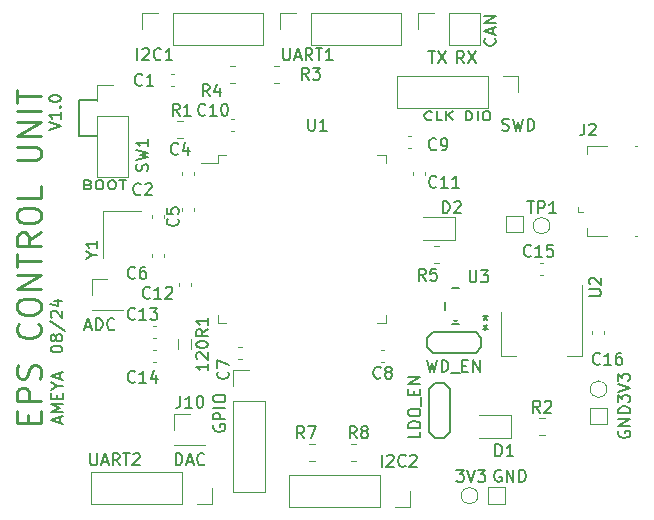
<source format=gbr>
%TF.GenerationSoftware,KiCad,Pcbnew,7.0.2*%
%TF.CreationDate,2024-09-03T13:40:22+05:30*%
%TF.ProjectId,EPS_ControlUnit,4550535f-436f-46e7-9472-6f6c556e6974,rev?*%
%TF.SameCoordinates,Original*%
%TF.FileFunction,Legend,Top*%
%TF.FilePolarity,Positive*%
%FSLAX46Y46*%
G04 Gerber Fmt 4.6, Leading zero omitted, Abs format (unit mm)*
G04 Created by KiCad (PCBNEW 7.0.2) date 2024-09-03 13:40:22*
%MOMM*%
%LPD*%
G01*
G04 APERTURE LIST*
%ADD10C,0.150000*%
%ADD11C,0.250000*%
%ADD12C,0.120000*%
%ADD13C,0.152400*%
G04 APERTURE END LIST*
D10*
X121118571Y-108682619D02*
X121118571Y-109492142D01*
X121118571Y-109492142D02*
X121166190Y-109587380D01*
X121166190Y-109587380D02*
X121213809Y-109635000D01*
X121213809Y-109635000D02*
X121309047Y-109682619D01*
X121309047Y-109682619D02*
X121499523Y-109682619D01*
X121499523Y-109682619D02*
X121594761Y-109635000D01*
X121594761Y-109635000D02*
X121642380Y-109587380D01*
X121642380Y-109587380D02*
X121689999Y-109492142D01*
X121689999Y-109492142D02*
X121689999Y-108682619D01*
X122118571Y-109396904D02*
X122594761Y-109396904D01*
X122023333Y-109682619D02*
X122356666Y-108682619D01*
X122356666Y-108682619D02*
X122689999Y-109682619D01*
X123594761Y-109682619D02*
X123261428Y-109206428D01*
X123023333Y-109682619D02*
X123023333Y-108682619D01*
X123023333Y-108682619D02*
X123404285Y-108682619D01*
X123404285Y-108682619D02*
X123499523Y-108730238D01*
X123499523Y-108730238D02*
X123547142Y-108777857D01*
X123547142Y-108777857D02*
X123594761Y-108873095D01*
X123594761Y-108873095D02*
X123594761Y-109015952D01*
X123594761Y-109015952D02*
X123547142Y-109111190D01*
X123547142Y-109111190D02*
X123499523Y-109158809D01*
X123499523Y-109158809D02*
X123404285Y-109206428D01*
X123404285Y-109206428D02*
X123023333Y-109206428D01*
X123880476Y-108682619D02*
X124451904Y-108682619D01*
X124166190Y-109682619D02*
X124166190Y-108682619D01*
X124737619Y-108777857D02*
X124785238Y-108730238D01*
X124785238Y-108730238D02*
X124880476Y-108682619D01*
X124880476Y-108682619D02*
X125118571Y-108682619D01*
X125118571Y-108682619D02*
X125213809Y-108730238D01*
X125213809Y-108730238D02*
X125261428Y-108777857D01*
X125261428Y-108777857D02*
X125309047Y-108873095D01*
X125309047Y-108873095D02*
X125309047Y-108968333D01*
X125309047Y-108968333D02*
X125261428Y-109111190D01*
X125261428Y-109111190D02*
X124690000Y-109682619D01*
X124690000Y-109682619D02*
X125309047Y-109682619D01*
X128349524Y-109682619D02*
X128349524Y-108682619D01*
X128349524Y-108682619D02*
X128587619Y-108682619D01*
X128587619Y-108682619D02*
X128730476Y-108730238D01*
X128730476Y-108730238D02*
X128825714Y-108825476D01*
X128825714Y-108825476D02*
X128873333Y-108920714D01*
X128873333Y-108920714D02*
X128920952Y-109111190D01*
X128920952Y-109111190D02*
X128920952Y-109254047D01*
X128920952Y-109254047D02*
X128873333Y-109444523D01*
X128873333Y-109444523D02*
X128825714Y-109539761D01*
X128825714Y-109539761D02*
X128730476Y-109635000D01*
X128730476Y-109635000D02*
X128587619Y-109682619D01*
X128587619Y-109682619D02*
X128349524Y-109682619D01*
X129301905Y-109396904D02*
X129778095Y-109396904D01*
X129206667Y-109682619D02*
X129540000Y-108682619D01*
X129540000Y-108682619D02*
X129873333Y-109682619D01*
X130778095Y-109587380D02*
X130730476Y-109635000D01*
X130730476Y-109635000D02*
X130587619Y-109682619D01*
X130587619Y-109682619D02*
X130492381Y-109682619D01*
X130492381Y-109682619D02*
X130349524Y-109635000D01*
X130349524Y-109635000D02*
X130254286Y-109539761D01*
X130254286Y-109539761D02*
X130206667Y-109444523D01*
X130206667Y-109444523D02*
X130159048Y-109254047D01*
X130159048Y-109254047D02*
X130159048Y-109111190D01*
X130159048Y-109111190D02*
X130206667Y-108920714D01*
X130206667Y-108920714D02*
X130254286Y-108825476D01*
X130254286Y-108825476D02*
X130349524Y-108730238D01*
X130349524Y-108730238D02*
X130492381Y-108682619D01*
X130492381Y-108682619D02*
X130587619Y-108682619D01*
X130587619Y-108682619D02*
X130730476Y-108730238D01*
X130730476Y-108730238D02*
X130778095Y-108777857D01*
X120681905Y-97966904D02*
X121158095Y-97966904D01*
X120586667Y-98252619D02*
X120920000Y-97252619D01*
X120920000Y-97252619D02*
X121253333Y-98252619D01*
X121586667Y-98252619D02*
X121586667Y-97252619D01*
X121586667Y-97252619D02*
X121824762Y-97252619D01*
X121824762Y-97252619D02*
X121967619Y-97300238D01*
X121967619Y-97300238D02*
X122062857Y-97395476D01*
X122062857Y-97395476D02*
X122110476Y-97490714D01*
X122110476Y-97490714D02*
X122158095Y-97681190D01*
X122158095Y-97681190D02*
X122158095Y-97824047D01*
X122158095Y-97824047D02*
X122110476Y-98014523D01*
X122110476Y-98014523D02*
X122062857Y-98109761D01*
X122062857Y-98109761D02*
X121967619Y-98205000D01*
X121967619Y-98205000D02*
X121824762Y-98252619D01*
X121824762Y-98252619D02*
X121586667Y-98252619D01*
X123158095Y-98157380D02*
X123110476Y-98205000D01*
X123110476Y-98205000D02*
X122967619Y-98252619D01*
X122967619Y-98252619D02*
X122872381Y-98252619D01*
X122872381Y-98252619D02*
X122729524Y-98205000D01*
X122729524Y-98205000D02*
X122634286Y-98109761D01*
X122634286Y-98109761D02*
X122586667Y-98014523D01*
X122586667Y-98014523D02*
X122539048Y-97824047D01*
X122539048Y-97824047D02*
X122539048Y-97681190D01*
X122539048Y-97681190D02*
X122586667Y-97490714D01*
X122586667Y-97490714D02*
X122634286Y-97395476D01*
X122634286Y-97395476D02*
X122729524Y-97300238D01*
X122729524Y-97300238D02*
X122872381Y-97252619D01*
X122872381Y-97252619D02*
X122967619Y-97252619D01*
X122967619Y-97252619D02*
X123110476Y-97300238D01*
X123110476Y-97300238D02*
X123158095Y-97347857D01*
X121539000Y-78740000D02*
X121666000Y-78740000D01*
X121539000Y-78740000D02*
X120142000Y-78740000D01*
X120142000Y-78740000D02*
X120142000Y-81788000D01*
X121412000Y-81788000D02*
X121666000Y-81788000D01*
X120142000Y-81788000D02*
X121412000Y-81788000D01*
X155373380Y-73541857D02*
X155421000Y-73589476D01*
X155421000Y-73589476D02*
X155468619Y-73732333D01*
X155468619Y-73732333D02*
X155468619Y-73827571D01*
X155468619Y-73827571D02*
X155421000Y-73970428D01*
X155421000Y-73970428D02*
X155325761Y-74065666D01*
X155325761Y-74065666D02*
X155230523Y-74113285D01*
X155230523Y-74113285D02*
X155040047Y-74160904D01*
X155040047Y-74160904D02*
X154897190Y-74160904D01*
X154897190Y-74160904D02*
X154706714Y-74113285D01*
X154706714Y-74113285D02*
X154611476Y-74065666D01*
X154611476Y-74065666D02*
X154516238Y-73970428D01*
X154516238Y-73970428D02*
X154468619Y-73827571D01*
X154468619Y-73827571D02*
X154468619Y-73732333D01*
X154468619Y-73732333D02*
X154516238Y-73589476D01*
X154516238Y-73589476D02*
X154563857Y-73541857D01*
X155182904Y-73160904D02*
X155182904Y-72684714D01*
X155468619Y-73256142D02*
X154468619Y-72922809D01*
X154468619Y-72922809D02*
X155468619Y-72589476D01*
X155468619Y-72256142D02*
X154468619Y-72256142D01*
X154468619Y-72256142D02*
X155468619Y-71684714D01*
X155468619Y-71684714D02*
X154468619Y-71684714D01*
X125105619Y-75393619D02*
X125105619Y-74393619D01*
X125534190Y-74488857D02*
X125581809Y-74441238D01*
X125581809Y-74441238D02*
X125677047Y-74393619D01*
X125677047Y-74393619D02*
X125915142Y-74393619D01*
X125915142Y-74393619D02*
X126010380Y-74441238D01*
X126010380Y-74441238D02*
X126057999Y-74488857D01*
X126057999Y-74488857D02*
X126105618Y-74584095D01*
X126105618Y-74584095D02*
X126105618Y-74679333D01*
X126105618Y-74679333D02*
X126057999Y-74822190D01*
X126057999Y-74822190D02*
X125486571Y-75393619D01*
X125486571Y-75393619D02*
X126105618Y-75393619D01*
X127105618Y-75298380D02*
X127057999Y-75346000D01*
X127057999Y-75346000D02*
X126915142Y-75393619D01*
X126915142Y-75393619D02*
X126819904Y-75393619D01*
X126819904Y-75393619D02*
X126677047Y-75346000D01*
X126677047Y-75346000D02*
X126581809Y-75250761D01*
X126581809Y-75250761D02*
X126534190Y-75155523D01*
X126534190Y-75155523D02*
X126486571Y-74965047D01*
X126486571Y-74965047D02*
X126486571Y-74822190D01*
X126486571Y-74822190D02*
X126534190Y-74631714D01*
X126534190Y-74631714D02*
X126581809Y-74536476D01*
X126581809Y-74536476D02*
X126677047Y-74441238D01*
X126677047Y-74441238D02*
X126819904Y-74393619D01*
X126819904Y-74393619D02*
X126915142Y-74393619D01*
X126915142Y-74393619D02*
X127057999Y-74441238D01*
X127057999Y-74441238D02*
X127105618Y-74488857D01*
X128057999Y-75393619D02*
X127486571Y-75393619D01*
X127772285Y-75393619D02*
X127772285Y-74393619D01*
X127772285Y-74393619D02*
X127677047Y-74536476D01*
X127677047Y-74536476D02*
X127581809Y-74631714D01*
X127581809Y-74631714D02*
X127486571Y-74679333D01*
X152741333Y-75646619D02*
X152408000Y-75170428D01*
X152169905Y-75646619D02*
X152169905Y-74646619D01*
X152169905Y-74646619D02*
X152550857Y-74646619D01*
X152550857Y-74646619D02*
X152646095Y-74694238D01*
X152646095Y-74694238D02*
X152693714Y-74741857D01*
X152693714Y-74741857D02*
X152741333Y-74837095D01*
X152741333Y-74837095D02*
X152741333Y-74979952D01*
X152741333Y-74979952D02*
X152693714Y-75075190D01*
X152693714Y-75075190D02*
X152646095Y-75122809D01*
X152646095Y-75122809D02*
X152550857Y-75170428D01*
X152550857Y-75170428D02*
X152169905Y-75170428D01*
X153074667Y-74646619D02*
X153741333Y-75646619D01*
X153741333Y-74646619D02*
X153074667Y-75646619D01*
X120943857Y-85933107D02*
X121086714Y-85968821D01*
X121086714Y-85968821D02*
X121134333Y-86004535D01*
X121134333Y-86004535D02*
X121181952Y-86075964D01*
X121181952Y-86075964D02*
X121181952Y-86183107D01*
X121181952Y-86183107D02*
X121134333Y-86254535D01*
X121134333Y-86254535D02*
X121086714Y-86290250D01*
X121086714Y-86290250D02*
X120991476Y-86325964D01*
X120991476Y-86325964D02*
X120610524Y-86325964D01*
X120610524Y-86325964D02*
X120610524Y-85575964D01*
X120610524Y-85575964D02*
X120943857Y-85575964D01*
X120943857Y-85575964D02*
X121039095Y-85611678D01*
X121039095Y-85611678D02*
X121086714Y-85647392D01*
X121086714Y-85647392D02*
X121134333Y-85718821D01*
X121134333Y-85718821D02*
X121134333Y-85790250D01*
X121134333Y-85790250D02*
X121086714Y-85861678D01*
X121086714Y-85861678D02*
X121039095Y-85897392D01*
X121039095Y-85897392D02*
X120943857Y-85933107D01*
X120943857Y-85933107D02*
X120610524Y-85933107D01*
X121801000Y-85575964D02*
X121991476Y-85575964D01*
X121991476Y-85575964D02*
X122086714Y-85611678D01*
X122086714Y-85611678D02*
X122181952Y-85683107D01*
X122181952Y-85683107D02*
X122229571Y-85825964D01*
X122229571Y-85825964D02*
X122229571Y-86075964D01*
X122229571Y-86075964D02*
X122181952Y-86218821D01*
X122181952Y-86218821D02*
X122086714Y-86290250D01*
X122086714Y-86290250D02*
X121991476Y-86325964D01*
X121991476Y-86325964D02*
X121801000Y-86325964D01*
X121801000Y-86325964D02*
X121705762Y-86290250D01*
X121705762Y-86290250D02*
X121610524Y-86218821D01*
X121610524Y-86218821D02*
X121562905Y-86075964D01*
X121562905Y-86075964D02*
X121562905Y-85825964D01*
X121562905Y-85825964D02*
X121610524Y-85683107D01*
X121610524Y-85683107D02*
X121705762Y-85611678D01*
X121705762Y-85611678D02*
X121801000Y-85575964D01*
X122848619Y-85575964D02*
X123039095Y-85575964D01*
X123039095Y-85575964D02*
X123134333Y-85611678D01*
X123134333Y-85611678D02*
X123229571Y-85683107D01*
X123229571Y-85683107D02*
X123277190Y-85825964D01*
X123277190Y-85825964D02*
X123277190Y-86075964D01*
X123277190Y-86075964D02*
X123229571Y-86218821D01*
X123229571Y-86218821D02*
X123134333Y-86290250D01*
X123134333Y-86290250D02*
X123039095Y-86325964D01*
X123039095Y-86325964D02*
X122848619Y-86325964D01*
X122848619Y-86325964D02*
X122753381Y-86290250D01*
X122753381Y-86290250D02*
X122658143Y-86218821D01*
X122658143Y-86218821D02*
X122610524Y-86075964D01*
X122610524Y-86075964D02*
X122610524Y-85825964D01*
X122610524Y-85825964D02*
X122658143Y-85683107D01*
X122658143Y-85683107D02*
X122753381Y-85611678D01*
X122753381Y-85611678D02*
X122848619Y-85575964D01*
X123562905Y-85575964D02*
X124134333Y-85575964D01*
X123848619Y-86325964D02*
X123848619Y-85575964D01*
X155995857Y-81314000D02*
X156138714Y-81361619D01*
X156138714Y-81361619D02*
X156376809Y-81361619D01*
X156376809Y-81361619D02*
X156472047Y-81314000D01*
X156472047Y-81314000D02*
X156519666Y-81266380D01*
X156519666Y-81266380D02*
X156567285Y-81171142D01*
X156567285Y-81171142D02*
X156567285Y-81075904D01*
X156567285Y-81075904D02*
X156519666Y-80980666D01*
X156519666Y-80980666D02*
X156472047Y-80933047D01*
X156472047Y-80933047D02*
X156376809Y-80885428D01*
X156376809Y-80885428D02*
X156186333Y-80837809D01*
X156186333Y-80837809D02*
X156091095Y-80790190D01*
X156091095Y-80790190D02*
X156043476Y-80742571D01*
X156043476Y-80742571D02*
X155995857Y-80647333D01*
X155995857Y-80647333D02*
X155995857Y-80552095D01*
X155995857Y-80552095D02*
X156043476Y-80456857D01*
X156043476Y-80456857D02*
X156091095Y-80409238D01*
X156091095Y-80409238D02*
X156186333Y-80361619D01*
X156186333Y-80361619D02*
X156424428Y-80361619D01*
X156424428Y-80361619D02*
X156567285Y-80409238D01*
X156900619Y-80361619D02*
X157138714Y-81361619D01*
X157138714Y-81361619D02*
X157329190Y-80647333D01*
X157329190Y-80647333D02*
X157519666Y-81361619D01*
X157519666Y-81361619D02*
X157757762Y-80361619D01*
X158138714Y-81361619D02*
X158138714Y-80361619D01*
X158138714Y-80361619D02*
X158376809Y-80361619D01*
X158376809Y-80361619D02*
X158519666Y-80409238D01*
X158519666Y-80409238D02*
X158614904Y-80504476D01*
X158614904Y-80504476D02*
X158662523Y-80599714D01*
X158662523Y-80599714D02*
X158710142Y-80790190D01*
X158710142Y-80790190D02*
X158710142Y-80933047D01*
X158710142Y-80933047D02*
X158662523Y-81123523D01*
X158662523Y-81123523D02*
X158614904Y-81218761D01*
X158614904Y-81218761D02*
X158519666Y-81314000D01*
X158519666Y-81314000D02*
X158376809Y-81361619D01*
X158376809Y-81361619D02*
X158138714Y-81361619D01*
X152900191Y-80483964D02*
X152900191Y-79733964D01*
X152900191Y-79733964D02*
X153138286Y-79733964D01*
X153138286Y-79733964D02*
X153281143Y-79769678D01*
X153281143Y-79769678D02*
X153376381Y-79841107D01*
X153376381Y-79841107D02*
X153424000Y-79912535D01*
X153424000Y-79912535D02*
X153471619Y-80055392D01*
X153471619Y-80055392D02*
X153471619Y-80162535D01*
X153471619Y-80162535D02*
X153424000Y-80305392D01*
X153424000Y-80305392D02*
X153376381Y-80376821D01*
X153376381Y-80376821D02*
X153281143Y-80448250D01*
X153281143Y-80448250D02*
X153138286Y-80483964D01*
X153138286Y-80483964D02*
X152900191Y-80483964D01*
X153900191Y-80483964D02*
X153900191Y-79733964D01*
X154566857Y-79733964D02*
X154757333Y-79733964D01*
X154757333Y-79733964D02*
X154852571Y-79769678D01*
X154852571Y-79769678D02*
X154947809Y-79841107D01*
X154947809Y-79841107D02*
X154995428Y-79983964D01*
X154995428Y-79983964D02*
X154995428Y-80233964D01*
X154995428Y-80233964D02*
X154947809Y-80376821D01*
X154947809Y-80376821D02*
X154852571Y-80448250D01*
X154852571Y-80448250D02*
X154757333Y-80483964D01*
X154757333Y-80483964D02*
X154566857Y-80483964D01*
X154566857Y-80483964D02*
X154471619Y-80448250D01*
X154471619Y-80448250D02*
X154376381Y-80376821D01*
X154376381Y-80376821D02*
X154328762Y-80233964D01*
X154328762Y-80233964D02*
X154328762Y-79983964D01*
X154328762Y-79983964D02*
X154376381Y-79841107D01*
X154376381Y-79841107D02*
X154471619Y-79769678D01*
X154471619Y-79769678D02*
X154566857Y-79733964D01*
X137440571Y-74393619D02*
X137440571Y-75203142D01*
X137440571Y-75203142D02*
X137488190Y-75298380D01*
X137488190Y-75298380D02*
X137535809Y-75346000D01*
X137535809Y-75346000D02*
X137631047Y-75393619D01*
X137631047Y-75393619D02*
X137821523Y-75393619D01*
X137821523Y-75393619D02*
X137916761Y-75346000D01*
X137916761Y-75346000D02*
X137964380Y-75298380D01*
X137964380Y-75298380D02*
X138011999Y-75203142D01*
X138011999Y-75203142D02*
X138011999Y-74393619D01*
X138440571Y-75107904D02*
X138916761Y-75107904D01*
X138345333Y-75393619D02*
X138678666Y-74393619D01*
X138678666Y-74393619D02*
X139011999Y-75393619D01*
X139916761Y-75393619D02*
X139583428Y-74917428D01*
X139345333Y-75393619D02*
X139345333Y-74393619D01*
X139345333Y-74393619D02*
X139726285Y-74393619D01*
X139726285Y-74393619D02*
X139821523Y-74441238D01*
X139821523Y-74441238D02*
X139869142Y-74488857D01*
X139869142Y-74488857D02*
X139916761Y-74584095D01*
X139916761Y-74584095D02*
X139916761Y-74726952D01*
X139916761Y-74726952D02*
X139869142Y-74822190D01*
X139869142Y-74822190D02*
X139821523Y-74869809D01*
X139821523Y-74869809D02*
X139726285Y-74917428D01*
X139726285Y-74917428D02*
X139345333Y-74917428D01*
X140202476Y-74393619D02*
X140773904Y-74393619D01*
X140488190Y-75393619D02*
X140488190Y-74393619D01*
X141631047Y-75393619D02*
X141059619Y-75393619D01*
X141345333Y-75393619D02*
X141345333Y-74393619D01*
X141345333Y-74393619D02*
X141250095Y-74536476D01*
X141250095Y-74536476D02*
X141154857Y-74631714D01*
X141154857Y-74631714D02*
X141059619Y-74679333D01*
X131590238Y-106282999D02*
X131542619Y-106378237D01*
X131542619Y-106378237D02*
X131542619Y-106521094D01*
X131542619Y-106521094D02*
X131590238Y-106663951D01*
X131590238Y-106663951D02*
X131685476Y-106759189D01*
X131685476Y-106759189D02*
X131780714Y-106806808D01*
X131780714Y-106806808D02*
X131971190Y-106854427D01*
X131971190Y-106854427D02*
X132114047Y-106854427D01*
X132114047Y-106854427D02*
X132304523Y-106806808D01*
X132304523Y-106806808D02*
X132399761Y-106759189D01*
X132399761Y-106759189D02*
X132495000Y-106663951D01*
X132495000Y-106663951D02*
X132542619Y-106521094D01*
X132542619Y-106521094D02*
X132542619Y-106425856D01*
X132542619Y-106425856D02*
X132495000Y-106282999D01*
X132495000Y-106282999D02*
X132447380Y-106235380D01*
X132447380Y-106235380D02*
X132114047Y-106235380D01*
X132114047Y-106235380D02*
X132114047Y-106425856D01*
X132542619Y-105806808D02*
X131542619Y-105806808D01*
X131542619Y-105806808D02*
X131542619Y-105425856D01*
X131542619Y-105425856D02*
X131590238Y-105330618D01*
X131590238Y-105330618D02*
X131637857Y-105282999D01*
X131637857Y-105282999D02*
X131733095Y-105235380D01*
X131733095Y-105235380D02*
X131875952Y-105235380D01*
X131875952Y-105235380D02*
X131971190Y-105282999D01*
X131971190Y-105282999D02*
X132018809Y-105330618D01*
X132018809Y-105330618D02*
X132066428Y-105425856D01*
X132066428Y-105425856D02*
X132066428Y-105806808D01*
X132542619Y-104806808D02*
X131542619Y-104806808D01*
X131542619Y-104140142D02*
X131542619Y-103949666D01*
X131542619Y-103949666D02*
X131590238Y-103854428D01*
X131590238Y-103854428D02*
X131685476Y-103759190D01*
X131685476Y-103759190D02*
X131875952Y-103711571D01*
X131875952Y-103711571D02*
X132209285Y-103711571D01*
X132209285Y-103711571D02*
X132399761Y-103759190D01*
X132399761Y-103759190D02*
X132495000Y-103854428D01*
X132495000Y-103854428D02*
X132542619Y-103949666D01*
X132542619Y-103949666D02*
X132542619Y-104140142D01*
X132542619Y-104140142D02*
X132495000Y-104235380D01*
X132495000Y-104235380D02*
X132399761Y-104330618D01*
X132399761Y-104330618D02*
X132209285Y-104378237D01*
X132209285Y-104378237D02*
X131875952Y-104378237D01*
X131875952Y-104378237D02*
X131685476Y-104330618D01*
X131685476Y-104330618D02*
X131590238Y-104235380D01*
X131590238Y-104235380D02*
X131542619Y-104140142D01*
X118529904Y-106109523D02*
X118529904Y-105633333D01*
X118815619Y-106204761D02*
X117815619Y-105871428D01*
X117815619Y-105871428D02*
X118815619Y-105538095D01*
X118815619Y-105204761D02*
X117815619Y-105204761D01*
X117815619Y-105204761D02*
X118529904Y-104871428D01*
X118529904Y-104871428D02*
X117815619Y-104538095D01*
X117815619Y-104538095D02*
X118815619Y-104538095D01*
X118291809Y-104061904D02*
X118291809Y-103728571D01*
X118815619Y-103585714D02*
X118815619Y-104061904D01*
X118815619Y-104061904D02*
X117815619Y-104061904D01*
X117815619Y-104061904D02*
X117815619Y-103585714D01*
X118339428Y-102966666D02*
X118815619Y-102966666D01*
X117815619Y-103299999D02*
X118339428Y-102966666D01*
X118339428Y-102966666D02*
X117815619Y-102633333D01*
X118529904Y-102347618D02*
X118529904Y-101871428D01*
X118815619Y-102442856D02*
X117815619Y-102109523D01*
X117815619Y-102109523D02*
X118815619Y-101776190D01*
X117622619Y-81311761D02*
X118622619Y-80978428D01*
X118622619Y-80978428D02*
X117622619Y-80645095D01*
X118622619Y-79787952D02*
X118622619Y-80359380D01*
X118622619Y-80073666D02*
X117622619Y-80073666D01*
X117622619Y-80073666D02*
X117765476Y-80168904D01*
X117765476Y-80168904D02*
X117860714Y-80264142D01*
X117860714Y-80264142D02*
X117908333Y-80359380D01*
X118527380Y-79359380D02*
X118575000Y-79311761D01*
X118575000Y-79311761D02*
X118622619Y-79359380D01*
X118622619Y-79359380D02*
X118575000Y-79406999D01*
X118575000Y-79406999D02*
X118527380Y-79359380D01*
X118527380Y-79359380D02*
X118622619Y-79359380D01*
X117622619Y-78692714D02*
X117622619Y-78597476D01*
X117622619Y-78597476D02*
X117670238Y-78502238D01*
X117670238Y-78502238D02*
X117717857Y-78454619D01*
X117717857Y-78454619D02*
X117813095Y-78407000D01*
X117813095Y-78407000D02*
X118003571Y-78359381D01*
X118003571Y-78359381D02*
X118241666Y-78359381D01*
X118241666Y-78359381D02*
X118432142Y-78407000D01*
X118432142Y-78407000D02*
X118527380Y-78454619D01*
X118527380Y-78454619D02*
X118575000Y-78502238D01*
X118575000Y-78502238D02*
X118622619Y-78597476D01*
X118622619Y-78597476D02*
X118622619Y-78692714D01*
X118622619Y-78692714D02*
X118575000Y-78787952D01*
X118575000Y-78787952D02*
X118527380Y-78835571D01*
X118527380Y-78835571D02*
X118432142Y-78883190D01*
X118432142Y-78883190D02*
X118241666Y-78930809D01*
X118241666Y-78930809D02*
X118003571Y-78930809D01*
X118003571Y-78930809D02*
X117813095Y-78883190D01*
X117813095Y-78883190D02*
X117717857Y-78835571D01*
X117717857Y-78835571D02*
X117670238Y-78787952D01*
X117670238Y-78787952D02*
X117622619Y-78692714D01*
X149733095Y-74646619D02*
X150304523Y-74646619D01*
X150018809Y-75646619D02*
X150018809Y-74646619D01*
X150542619Y-74646619D02*
X151209285Y-75646619D01*
X151209285Y-74646619D02*
X150542619Y-75646619D01*
X117749619Y-99901428D02*
X117749619Y-99806190D01*
X117749619Y-99806190D02*
X117797238Y-99710952D01*
X117797238Y-99710952D02*
X117844857Y-99663333D01*
X117844857Y-99663333D02*
X117940095Y-99615714D01*
X117940095Y-99615714D02*
X118130571Y-99568095D01*
X118130571Y-99568095D02*
X118368666Y-99568095D01*
X118368666Y-99568095D02*
X118559142Y-99615714D01*
X118559142Y-99615714D02*
X118654380Y-99663333D01*
X118654380Y-99663333D02*
X118702000Y-99710952D01*
X118702000Y-99710952D02*
X118749619Y-99806190D01*
X118749619Y-99806190D02*
X118749619Y-99901428D01*
X118749619Y-99901428D02*
X118702000Y-99996666D01*
X118702000Y-99996666D02*
X118654380Y-100044285D01*
X118654380Y-100044285D02*
X118559142Y-100091904D01*
X118559142Y-100091904D02*
X118368666Y-100139523D01*
X118368666Y-100139523D02*
X118130571Y-100139523D01*
X118130571Y-100139523D02*
X117940095Y-100091904D01*
X117940095Y-100091904D02*
X117844857Y-100044285D01*
X117844857Y-100044285D02*
X117797238Y-99996666D01*
X117797238Y-99996666D02*
X117749619Y-99901428D01*
X118178190Y-98996666D02*
X118130571Y-99091904D01*
X118130571Y-99091904D02*
X118082952Y-99139523D01*
X118082952Y-99139523D02*
X117987714Y-99187142D01*
X117987714Y-99187142D02*
X117940095Y-99187142D01*
X117940095Y-99187142D02*
X117844857Y-99139523D01*
X117844857Y-99139523D02*
X117797238Y-99091904D01*
X117797238Y-99091904D02*
X117749619Y-98996666D01*
X117749619Y-98996666D02*
X117749619Y-98806190D01*
X117749619Y-98806190D02*
X117797238Y-98710952D01*
X117797238Y-98710952D02*
X117844857Y-98663333D01*
X117844857Y-98663333D02*
X117940095Y-98615714D01*
X117940095Y-98615714D02*
X117987714Y-98615714D01*
X117987714Y-98615714D02*
X118082952Y-98663333D01*
X118082952Y-98663333D02*
X118130571Y-98710952D01*
X118130571Y-98710952D02*
X118178190Y-98806190D01*
X118178190Y-98806190D02*
X118178190Y-98996666D01*
X118178190Y-98996666D02*
X118225809Y-99091904D01*
X118225809Y-99091904D02*
X118273428Y-99139523D01*
X118273428Y-99139523D02*
X118368666Y-99187142D01*
X118368666Y-99187142D02*
X118559142Y-99187142D01*
X118559142Y-99187142D02*
X118654380Y-99139523D01*
X118654380Y-99139523D02*
X118702000Y-99091904D01*
X118702000Y-99091904D02*
X118749619Y-98996666D01*
X118749619Y-98996666D02*
X118749619Y-98806190D01*
X118749619Y-98806190D02*
X118702000Y-98710952D01*
X118702000Y-98710952D02*
X118654380Y-98663333D01*
X118654380Y-98663333D02*
X118559142Y-98615714D01*
X118559142Y-98615714D02*
X118368666Y-98615714D01*
X118368666Y-98615714D02*
X118273428Y-98663333D01*
X118273428Y-98663333D02*
X118225809Y-98710952D01*
X118225809Y-98710952D02*
X118178190Y-98806190D01*
X117702000Y-97472857D02*
X118987714Y-98329999D01*
X117844857Y-97187142D02*
X117797238Y-97139523D01*
X117797238Y-97139523D02*
X117749619Y-97044285D01*
X117749619Y-97044285D02*
X117749619Y-96806190D01*
X117749619Y-96806190D02*
X117797238Y-96710952D01*
X117797238Y-96710952D02*
X117844857Y-96663333D01*
X117844857Y-96663333D02*
X117940095Y-96615714D01*
X117940095Y-96615714D02*
X118035333Y-96615714D01*
X118035333Y-96615714D02*
X118178190Y-96663333D01*
X118178190Y-96663333D02*
X118749619Y-97234761D01*
X118749619Y-97234761D02*
X118749619Y-96615714D01*
X118082952Y-95758571D02*
X118749619Y-95758571D01*
X117702000Y-95996666D02*
X118416285Y-96234761D01*
X118416285Y-96234761D02*
X118416285Y-95615714D01*
X145806619Y-109810619D02*
X145806619Y-108810619D01*
X146235190Y-108905857D02*
X146282809Y-108858238D01*
X146282809Y-108858238D02*
X146378047Y-108810619D01*
X146378047Y-108810619D02*
X146616142Y-108810619D01*
X146616142Y-108810619D02*
X146711380Y-108858238D01*
X146711380Y-108858238D02*
X146758999Y-108905857D01*
X146758999Y-108905857D02*
X146806618Y-109001095D01*
X146806618Y-109001095D02*
X146806618Y-109096333D01*
X146806618Y-109096333D02*
X146758999Y-109239190D01*
X146758999Y-109239190D02*
X146187571Y-109810619D01*
X146187571Y-109810619D02*
X146806618Y-109810619D01*
X147806618Y-109715380D02*
X147758999Y-109763000D01*
X147758999Y-109763000D02*
X147616142Y-109810619D01*
X147616142Y-109810619D02*
X147520904Y-109810619D01*
X147520904Y-109810619D02*
X147378047Y-109763000D01*
X147378047Y-109763000D02*
X147282809Y-109667761D01*
X147282809Y-109667761D02*
X147235190Y-109572523D01*
X147235190Y-109572523D02*
X147187571Y-109382047D01*
X147187571Y-109382047D02*
X147187571Y-109239190D01*
X147187571Y-109239190D02*
X147235190Y-109048714D01*
X147235190Y-109048714D02*
X147282809Y-108953476D01*
X147282809Y-108953476D02*
X147378047Y-108858238D01*
X147378047Y-108858238D02*
X147520904Y-108810619D01*
X147520904Y-108810619D02*
X147616142Y-108810619D01*
X147616142Y-108810619D02*
X147758999Y-108858238D01*
X147758999Y-108858238D02*
X147806618Y-108905857D01*
X148187571Y-108905857D02*
X148235190Y-108858238D01*
X148235190Y-108858238D02*
X148330428Y-108810619D01*
X148330428Y-108810619D02*
X148568523Y-108810619D01*
X148568523Y-108810619D02*
X148663761Y-108858238D01*
X148663761Y-108858238D02*
X148711380Y-108905857D01*
X148711380Y-108905857D02*
X148758999Y-109001095D01*
X148758999Y-109001095D02*
X148758999Y-109096333D01*
X148758999Y-109096333D02*
X148711380Y-109239190D01*
X148711380Y-109239190D02*
X148139952Y-109810619D01*
X148139952Y-109810619D02*
X148758999Y-109810619D01*
D11*
X115867619Y-106077809D02*
X115867619Y-105411142D01*
X116915238Y-105125428D02*
X116915238Y-106077809D01*
X116915238Y-106077809D02*
X114915238Y-106077809D01*
X114915238Y-106077809D02*
X114915238Y-105125428D01*
X116915238Y-104268285D02*
X114915238Y-104268285D01*
X114915238Y-104268285D02*
X114915238Y-103506380D01*
X114915238Y-103506380D02*
X115010476Y-103315904D01*
X115010476Y-103315904D02*
X115105714Y-103220666D01*
X115105714Y-103220666D02*
X115296190Y-103125428D01*
X115296190Y-103125428D02*
X115581904Y-103125428D01*
X115581904Y-103125428D02*
X115772380Y-103220666D01*
X115772380Y-103220666D02*
X115867619Y-103315904D01*
X115867619Y-103315904D02*
X115962857Y-103506380D01*
X115962857Y-103506380D02*
X115962857Y-104268285D01*
X116820000Y-102363523D02*
X116915238Y-102077809D01*
X116915238Y-102077809D02*
X116915238Y-101601618D01*
X116915238Y-101601618D02*
X116820000Y-101411142D01*
X116820000Y-101411142D02*
X116724761Y-101315904D01*
X116724761Y-101315904D02*
X116534285Y-101220666D01*
X116534285Y-101220666D02*
X116343809Y-101220666D01*
X116343809Y-101220666D02*
X116153333Y-101315904D01*
X116153333Y-101315904D02*
X116058095Y-101411142D01*
X116058095Y-101411142D02*
X115962857Y-101601618D01*
X115962857Y-101601618D02*
X115867619Y-101982571D01*
X115867619Y-101982571D02*
X115772380Y-102173047D01*
X115772380Y-102173047D02*
X115677142Y-102268285D01*
X115677142Y-102268285D02*
X115486666Y-102363523D01*
X115486666Y-102363523D02*
X115296190Y-102363523D01*
X115296190Y-102363523D02*
X115105714Y-102268285D01*
X115105714Y-102268285D02*
X115010476Y-102173047D01*
X115010476Y-102173047D02*
X114915238Y-101982571D01*
X114915238Y-101982571D02*
X114915238Y-101506380D01*
X114915238Y-101506380D02*
X115010476Y-101220666D01*
X116724761Y-97696856D02*
X116820000Y-97792094D01*
X116820000Y-97792094D02*
X116915238Y-98077808D01*
X116915238Y-98077808D02*
X116915238Y-98268284D01*
X116915238Y-98268284D02*
X116820000Y-98553999D01*
X116820000Y-98553999D02*
X116629523Y-98744475D01*
X116629523Y-98744475D02*
X116439047Y-98839713D01*
X116439047Y-98839713D02*
X116058095Y-98934951D01*
X116058095Y-98934951D02*
X115772380Y-98934951D01*
X115772380Y-98934951D02*
X115391428Y-98839713D01*
X115391428Y-98839713D02*
X115200952Y-98744475D01*
X115200952Y-98744475D02*
X115010476Y-98553999D01*
X115010476Y-98553999D02*
X114915238Y-98268284D01*
X114915238Y-98268284D02*
X114915238Y-98077808D01*
X114915238Y-98077808D02*
X115010476Y-97792094D01*
X115010476Y-97792094D02*
X115105714Y-97696856D01*
X114915238Y-96458761D02*
X114915238Y-96077808D01*
X114915238Y-96077808D02*
X115010476Y-95887332D01*
X115010476Y-95887332D02*
X115200952Y-95696856D01*
X115200952Y-95696856D02*
X115581904Y-95601618D01*
X115581904Y-95601618D02*
X116248571Y-95601618D01*
X116248571Y-95601618D02*
X116629523Y-95696856D01*
X116629523Y-95696856D02*
X116820000Y-95887332D01*
X116820000Y-95887332D02*
X116915238Y-96077808D01*
X116915238Y-96077808D02*
X116915238Y-96458761D01*
X116915238Y-96458761D02*
X116820000Y-96649237D01*
X116820000Y-96649237D02*
X116629523Y-96839713D01*
X116629523Y-96839713D02*
X116248571Y-96934951D01*
X116248571Y-96934951D02*
X115581904Y-96934951D01*
X115581904Y-96934951D02*
X115200952Y-96839713D01*
X115200952Y-96839713D02*
X115010476Y-96649237D01*
X115010476Y-96649237D02*
X114915238Y-96458761D01*
X116915238Y-94744475D02*
X114915238Y-94744475D01*
X114915238Y-94744475D02*
X116915238Y-93601618D01*
X116915238Y-93601618D02*
X114915238Y-93601618D01*
X114915238Y-92934951D02*
X114915238Y-91792094D01*
X116915238Y-92363523D02*
X114915238Y-92363523D01*
X116915238Y-89982570D02*
X115962857Y-90649237D01*
X116915238Y-91125427D02*
X114915238Y-91125427D01*
X114915238Y-91125427D02*
X114915238Y-90363522D01*
X114915238Y-90363522D02*
X115010476Y-90173046D01*
X115010476Y-90173046D02*
X115105714Y-90077808D01*
X115105714Y-90077808D02*
X115296190Y-89982570D01*
X115296190Y-89982570D02*
X115581904Y-89982570D01*
X115581904Y-89982570D02*
X115772380Y-90077808D01*
X115772380Y-90077808D02*
X115867619Y-90173046D01*
X115867619Y-90173046D02*
X115962857Y-90363522D01*
X115962857Y-90363522D02*
X115962857Y-91125427D01*
X114915238Y-88744475D02*
X114915238Y-88363522D01*
X114915238Y-88363522D02*
X115010476Y-88173046D01*
X115010476Y-88173046D02*
X115200952Y-87982570D01*
X115200952Y-87982570D02*
X115581904Y-87887332D01*
X115581904Y-87887332D02*
X116248571Y-87887332D01*
X116248571Y-87887332D02*
X116629523Y-87982570D01*
X116629523Y-87982570D02*
X116820000Y-88173046D01*
X116820000Y-88173046D02*
X116915238Y-88363522D01*
X116915238Y-88363522D02*
X116915238Y-88744475D01*
X116915238Y-88744475D02*
X116820000Y-88934951D01*
X116820000Y-88934951D02*
X116629523Y-89125427D01*
X116629523Y-89125427D02*
X116248571Y-89220665D01*
X116248571Y-89220665D02*
X115581904Y-89220665D01*
X115581904Y-89220665D02*
X115200952Y-89125427D01*
X115200952Y-89125427D02*
X115010476Y-88934951D01*
X115010476Y-88934951D02*
X114915238Y-88744475D01*
X116915238Y-86077808D02*
X116915238Y-87030189D01*
X116915238Y-87030189D02*
X114915238Y-87030189D01*
X114915238Y-83887331D02*
X116534285Y-83887331D01*
X116534285Y-83887331D02*
X116724761Y-83792093D01*
X116724761Y-83792093D02*
X116820000Y-83696855D01*
X116820000Y-83696855D02*
X116915238Y-83506379D01*
X116915238Y-83506379D02*
X116915238Y-83125426D01*
X116915238Y-83125426D02*
X116820000Y-82934950D01*
X116820000Y-82934950D02*
X116724761Y-82839712D01*
X116724761Y-82839712D02*
X116534285Y-82744474D01*
X116534285Y-82744474D02*
X114915238Y-82744474D01*
X116915238Y-81792093D02*
X114915238Y-81792093D01*
X114915238Y-81792093D02*
X116915238Y-80649236D01*
X116915238Y-80649236D02*
X114915238Y-80649236D01*
X116915238Y-79696855D02*
X114915238Y-79696855D01*
X114915238Y-79030188D02*
X114915238Y-77887331D01*
X116915238Y-78458760D02*
X114915238Y-78458760D01*
D10*
X150026761Y-80412535D02*
X149979142Y-80448250D01*
X149979142Y-80448250D02*
X149836285Y-80483964D01*
X149836285Y-80483964D02*
X149741047Y-80483964D01*
X149741047Y-80483964D02*
X149598190Y-80448250D01*
X149598190Y-80448250D02*
X149502952Y-80376821D01*
X149502952Y-80376821D02*
X149455333Y-80305392D01*
X149455333Y-80305392D02*
X149407714Y-80162535D01*
X149407714Y-80162535D02*
X149407714Y-80055392D01*
X149407714Y-80055392D02*
X149455333Y-79912535D01*
X149455333Y-79912535D02*
X149502952Y-79841107D01*
X149502952Y-79841107D02*
X149598190Y-79769678D01*
X149598190Y-79769678D02*
X149741047Y-79733964D01*
X149741047Y-79733964D02*
X149836285Y-79733964D01*
X149836285Y-79733964D02*
X149979142Y-79769678D01*
X149979142Y-79769678D02*
X150026761Y-79805392D01*
X150931523Y-80483964D02*
X150455333Y-80483964D01*
X150455333Y-80483964D02*
X150455333Y-79733964D01*
X151264857Y-80483964D02*
X151264857Y-79733964D01*
X151836285Y-80483964D02*
X151407714Y-80055392D01*
X151836285Y-79733964D02*
X151264857Y-80162535D01*
%TO.C,J10*%
X128730476Y-103812619D02*
X128730476Y-104526904D01*
X128730476Y-104526904D02*
X128682857Y-104669761D01*
X128682857Y-104669761D02*
X128587619Y-104765000D01*
X128587619Y-104765000D02*
X128444762Y-104812619D01*
X128444762Y-104812619D02*
X128349524Y-104812619D01*
X129730476Y-104812619D02*
X129159048Y-104812619D01*
X129444762Y-104812619D02*
X129444762Y-103812619D01*
X129444762Y-103812619D02*
X129349524Y-103955476D01*
X129349524Y-103955476D02*
X129254286Y-104050714D01*
X129254286Y-104050714D02*
X129159048Y-104098333D01*
X130349524Y-103812619D02*
X130444762Y-103812619D01*
X130444762Y-103812619D02*
X130540000Y-103860238D01*
X130540000Y-103860238D02*
X130587619Y-103907857D01*
X130587619Y-103907857D02*
X130635238Y-104003095D01*
X130635238Y-104003095D02*
X130682857Y-104193571D01*
X130682857Y-104193571D02*
X130682857Y-104431666D01*
X130682857Y-104431666D02*
X130635238Y-104622142D01*
X130635238Y-104622142D02*
X130587619Y-104717380D01*
X130587619Y-104717380D02*
X130540000Y-104765000D01*
X130540000Y-104765000D02*
X130444762Y-104812619D01*
X130444762Y-104812619D02*
X130349524Y-104812619D01*
X130349524Y-104812619D02*
X130254286Y-104765000D01*
X130254286Y-104765000D02*
X130206667Y-104717380D01*
X130206667Y-104717380D02*
X130159048Y-104622142D01*
X130159048Y-104622142D02*
X130111429Y-104431666D01*
X130111429Y-104431666D02*
X130111429Y-104193571D01*
X130111429Y-104193571D02*
X130159048Y-104003095D01*
X130159048Y-104003095D02*
X130206667Y-103907857D01*
X130206667Y-103907857D02*
X130254286Y-103860238D01*
X130254286Y-103860238D02*
X130349524Y-103812619D01*
%TO.C,U1*%
X139573095Y-80361619D02*
X139573095Y-81171142D01*
X139573095Y-81171142D02*
X139620714Y-81266380D01*
X139620714Y-81266380D02*
X139668333Y-81314000D01*
X139668333Y-81314000D02*
X139763571Y-81361619D01*
X139763571Y-81361619D02*
X139954047Y-81361619D01*
X139954047Y-81361619D02*
X140049285Y-81314000D01*
X140049285Y-81314000D02*
X140096904Y-81266380D01*
X140096904Y-81266380D02*
X140144523Y-81171142D01*
X140144523Y-81171142D02*
X140144523Y-80361619D01*
X141144523Y-81361619D02*
X140573095Y-81361619D01*
X140858809Y-81361619D02*
X140858809Y-80361619D01*
X140858809Y-80361619D02*
X140763571Y-80504476D01*
X140763571Y-80504476D02*
X140668333Y-80599714D01*
X140668333Y-80599714D02*
X140573095Y-80647333D01*
%TO.C,C2*%
X125375333Y-86728380D02*
X125327714Y-86776000D01*
X125327714Y-86776000D02*
X125184857Y-86823619D01*
X125184857Y-86823619D02*
X125089619Y-86823619D01*
X125089619Y-86823619D02*
X124946762Y-86776000D01*
X124946762Y-86776000D02*
X124851524Y-86680761D01*
X124851524Y-86680761D02*
X124803905Y-86585523D01*
X124803905Y-86585523D02*
X124756286Y-86395047D01*
X124756286Y-86395047D02*
X124756286Y-86252190D01*
X124756286Y-86252190D02*
X124803905Y-86061714D01*
X124803905Y-86061714D02*
X124851524Y-85966476D01*
X124851524Y-85966476D02*
X124946762Y-85871238D01*
X124946762Y-85871238D02*
X125089619Y-85823619D01*
X125089619Y-85823619D02*
X125184857Y-85823619D01*
X125184857Y-85823619D02*
X125327714Y-85871238D01*
X125327714Y-85871238D02*
X125375333Y-85918857D01*
X125756286Y-85918857D02*
X125803905Y-85871238D01*
X125803905Y-85871238D02*
X125899143Y-85823619D01*
X125899143Y-85823619D02*
X126137238Y-85823619D01*
X126137238Y-85823619D02*
X126232476Y-85871238D01*
X126232476Y-85871238D02*
X126280095Y-85918857D01*
X126280095Y-85918857D02*
X126327714Y-86014095D01*
X126327714Y-86014095D02*
X126327714Y-86109333D01*
X126327714Y-86109333D02*
X126280095Y-86252190D01*
X126280095Y-86252190D02*
X125708667Y-86823619D01*
X125708667Y-86823619D02*
X126327714Y-86823619D01*
%TO.C,R5*%
X149505333Y-94062619D02*
X149172000Y-93586428D01*
X148933905Y-94062619D02*
X148933905Y-93062619D01*
X148933905Y-93062619D02*
X149314857Y-93062619D01*
X149314857Y-93062619D02*
X149410095Y-93110238D01*
X149410095Y-93110238D02*
X149457714Y-93157857D01*
X149457714Y-93157857D02*
X149505333Y-93253095D01*
X149505333Y-93253095D02*
X149505333Y-93395952D01*
X149505333Y-93395952D02*
X149457714Y-93491190D01*
X149457714Y-93491190D02*
X149410095Y-93538809D01*
X149410095Y-93538809D02*
X149314857Y-93586428D01*
X149314857Y-93586428D02*
X148933905Y-93586428D01*
X150410095Y-93062619D02*
X149933905Y-93062619D01*
X149933905Y-93062619D02*
X149886286Y-93538809D01*
X149886286Y-93538809D02*
X149933905Y-93491190D01*
X149933905Y-93491190D02*
X150029143Y-93443571D01*
X150029143Y-93443571D02*
X150267238Y-93443571D01*
X150267238Y-93443571D02*
X150362476Y-93491190D01*
X150362476Y-93491190D02*
X150410095Y-93538809D01*
X150410095Y-93538809D02*
X150457714Y-93634047D01*
X150457714Y-93634047D02*
X150457714Y-93872142D01*
X150457714Y-93872142D02*
X150410095Y-93967380D01*
X150410095Y-93967380D02*
X150362476Y-94015000D01*
X150362476Y-94015000D02*
X150267238Y-94062619D01*
X150267238Y-94062619D02*
X150029143Y-94062619D01*
X150029143Y-94062619D02*
X149933905Y-94015000D01*
X149933905Y-94015000D02*
X149886286Y-93967380D01*
%TO.C,J2*%
X162927666Y-80761619D02*
X162927666Y-81475904D01*
X162927666Y-81475904D02*
X162880047Y-81618761D01*
X162880047Y-81618761D02*
X162784809Y-81714000D01*
X162784809Y-81714000D02*
X162641952Y-81761619D01*
X162641952Y-81761619D02*
X162546714Y-81761619D01*
X163356238Y-80856857D02*
X163403857Y-80809238D01*
X163403857Y-80809238D02*
X163499095Y-80761619D01*
X163499095Y-80761619D02*
X163737190Y-80761619D01*
X163737190Y-80761619D02*
X163832428Y-80809238D01*
X163832428Y-80809238D02*
X163880047Y-80856857D01*
X163880047Y-80856857D02*
X163927666Y-80952095D01*
X163927666Y-80952095D02*
X163927666Y-81047333D01*
X163927666Y-81047333D02*
X163880047Y-81190190D01*
X163880047Y-81190190D02*
X163308619Y-81761619D01*
X163308619Y-81761619D02*
X163927666Y-81761619D01*
%TO.C,C7*%
X132767380Y-101767666D02*
X132815000Y-101815285D01*
X132815000Y-101815285D02*
X132862619Y-101958142D01*
X132862619Y-101958142D02*
X132862619Y-102053380D01*
X132862619Y-102053380D02*
X132815000Y-102196237D01*
X132815000Y-102196237D02*
X132719761Y-102291475D01*
X132719761Y-102291475D02*
X132624523Y-102339094D01*
X132624523Y-102339094D02*
X132434047Y-102386713D01*
X132434047Y-102386713D02*
X132291190Y-102386713D01*
X132291190Y-102386713D02*
X132100714Y-102339094D01*
X132100714Y-102339094D02*
X132005476Y-102291475D01*
X132005476Y-102291475D02*
X131910238Y-102196237D01*
X131910238Y-102196237D02*
X131862619Y-102053380D01*
X131862619Y-102053380D02*
X131862619Y-101958142D01*
X131862619Y-101958142D02*
X131910238Y-101815285D01*
X131910238Y-101815285D02*
X131957857Y-101767666D01*
X131862619Y-101434332D02*
X131862619Y-100767666D01*
X131862619Y-100767666D02*
X132862619Y-101196237D01*
%TO.C,C5*%
X128510380Y-88812666D02*
X128558000Y-88860285D01*
X128558000Y-88860285D02*
X128605619Y-89003142D01*
X128605619Y-89003142D02*
X128605619Y-89098380D01*
X128605619Y-89098380D02*
X128558000Y-89241237D01*
X128558000Y-89241237D02*
X128462761Y-89336475D01*
X128462761Y-89336475D02*
X128367523Y-89384094D01*
X128367523Y-89384094D02*
X128177047Y-89431713D01*
X128177047Y-89431713D02*
X128034190Y-89431713D01*
X128034190Y-89431713D02*
X127843714Y-89384094D01*
X127843714Y-89384094D02*
X127748476Y-89336475D01*
X127748476Y-89336475D02*
X127653238Y-89241237D01*
X127653238Y-89241237D02*
X127605619Y-89098380D01*
X127605619Y-89098380D02*
X127605619Y-89003142D01*
X127605619Y-89003142D02*
X127653238Y-88860285D01*
X127653238Y-88860285D02*
X127700857Y-88812666D01*
X127605619Y-87907904D02*
X127605619Y-88384094D01*
X127605619Y-88384094D02*
X128081809Y-88431713D01*
X128081809Y-88431713D02*
X128034190Y-88384094D01*
X128034190Y-88384094D02*
X127986571Y-88288856D01*
X127986571Y-88288856D02*
X127986571Y-88050761D01*
X127986571Y-88050761D02*
X128034190Y-87955523D01*
X128034190Y-87955523D02*
X128081809Y-87907904D01*
X128081809Y-87907904D02*
X128177047Y-87860285D01*
X128177047Y-87860285D02*
X128415142Y-87860285D01*
X128415142Y-87860285D02*
X128510380Y-87907904D01*
X128510380Y-87907904D02*
X128558000Y-87955523D01*
X128558000Y-87955523D02*
X128605619Y-88050761D01*
X128605619Y-88050761D02*
X128605619Y-88288856D01*
X128605619Y-88288856D02*
X128558000Y-88384094D01*
X128558000Y-88384094D02*
X128510380Y-88431713D01*
%TO.C,C9*%
X150394333Y-82918380D02*
X150346714Y-82966000D01*
X150346714Y-82966000D02*
X150203857Y-83013619D01*
X150203857Y-83013619D02*
X150108619Y-83013619D01*
X150108619Y-83013619D02*
X149965762Y-82966000D01*
X149965762Y-82966000D02*
X149870524Y-82870761D01*
X149870524Y-82870761D02*
X149822905Y-82775523D01*
X149822905Y-82775523D02*
X149775286Y-82585047D01*
X149775286Y-82585047D02*
X149775286Y-82442190D01*
X149775286Y-82442190D02*
X149822905Y-82251714D01*
X149822905Y-82251714D02*
X149870524Y-82156476D01*
X149870524Y-82156476D02*
X149965762Y-82061238D01*
X149965762Y-82061238D02*
X150108619Y-82013619D01*
X150108619Y-82013619D02*
X150203857Y-82013619D01*
X150203857Y-82013619D02*
X150346714Y-82061238D01*
X150346714Y-82061238D02*
X150394333Y-82108857D01*
X150870524Y-83013619D02*
X151061000Y-83013619D01*
X151061000Y-83013619D02*
X151156238Y-82966000D01*
X151156238Y-82966000D02*
X151203857Y-82918380D01*
X151203857Y-82918380D02*
X151299095Y-82775523D01*
X151299095Y-82775523D02*
X151346714Y-82585047D01*
X151346714Y-82585047D02*
X151346714Y-82204095D01*
X151346714Y-82204095D02*
X151299095Y-82108857D01*
X151299095Y-82108857D02*
X151251476Y-82061238D01*
X151251476Y-82061238D02*
X151156238Y-82013619D01*
X151156238Y-82013619D02*
X150965762Y-82013619D01*
X150965762Y-82013619D02*
X150870524Y-82061238D01*
X150870524Y-82061238D02*
X150822905Y-82108857D01*
X150822905Y-82108857D02*
X150775286Y-82204095D01*
X150775286Y-82204095D02*
X150775286Y-82442190D01*
X150775286Y-82442190D02*
X150822905Y-82537428D01*
X150822905Y-82537428D02*
X150870524Y-82585047D01*
X150870524Y-82585047D02*
X150965762Y-82632666D01*
X150965762Y-82632666D02*
X151156238Y-82632666D01*
X151156238Y-82632666D02*
X151251476Y-82585047D01*
X151251476Y-82585047D02*
X151299095Y-82537428D01*
X151299095Y-82537428D02*
X151346714Y-82442190D01*
%TO.C,3V3*%
X152116905Y-110080619D02*
X152735952Y-110080619D01*
X152735952Y-110080619D02*
X152402619Y-110461571D01*
X152402619Y-110461571D02*
X152545476Y-110461571D01*
X152545476Y-110461571D02*
X152640714Y-110509190D01*
X152640714Y-110509190D02*
X152688333Y-110556809D01*
X152688333Y-110556809D02*
X152735952Y-110652047D01*
X152735952Y-110652047D02*
X152735952Y-110890142D01*
X152735952Y-110890142D02*
X152688333Y-110985380D01*
X152688333Y-110985380D02*
X152640714Y-111033000D01*
X152640714Y-111033000D02*
X152545476Y-111080619D01*
X152545476Y-111080619D02*
X152259762Y-111080619D01*
X152259762Y-111080619D02*
X152164524Y-111033000D01*
X152164524Y-111033000D02*
X152116905Y-110985380D01*
X153021667Y-110080619D02*
X153355000Y-111080619D01*
X153355000Y-111080619D02*
X153688333Y-110080619D01*
X153926429Y-110080619D02*
X154545476Y-110080619D01*
X154545476Y-110080619D02*
X154212143Y-110461571D01*
X154212143Y-110461571D02*
X154355000Y-110461571D01*
X154355000Y-110461571D02*
X154450238Y-110509190D01*
X154450238Y-110509190D02*
X154497857Y-110556809D01*
X154497857Y-110556809D02*
X154545476Y-110652047D01*
X154545476Y-110652047D02*
X154545476Y-110890142D01*
X154545476Y-110890142D02*
X154497857Y-110985380D01*
X154497857Y-110985380D02*
X154450238Y-111033000D01*
X154450238Y-111033000D02*
X154355000Y-111080619D01*
X154355000Y-111080619D02*
X154069286Y-111080619D01*
X154069286Y-111080619D02*
X153974048Y-111033000D01*
X153974048Y-111033000D02*
X153926429Y-110985380D01*
%TO.C,R8*%
X143663333Y-107397619D02*
X143330000Y-106921428D01*
X143091905Y-107397619D02*
X143091905Y-106397619D01*
X143091905Y-106397619D02*
X143472857Y-106397619D01*
X143472857Y-106397619D02*
X143568095Y-106445238D01*
X143568095Y-106445238D02*
X143615714Y-106492857D01*
X143615714Y-106492857D02*
X143663333Y-106588095D01*
X143663333Y-106588095D02*
X143663333Y-106730952D01*
X143663333Y-106730952D02*
X143615714Y-106826190D01*
X143615714Y-106826190D02*
X143568095Y-106873809D01*
X143568095Y-106873809D02*
X143472857Y-106921428D01*
X143472857Y-106921428D02*
X143091905Y-106921428D01*
X144234762Y-106826190D02*
X144139524Y-106778571D01*
X144139524Y-106778571D02*
X144091905Y-106730952D01*
X144091905Y-106730952D02*
X144044286Y-106635714D01*
X144044286Y-106635714D02*
X144044286Y-106588095D01*
X144044286Y-106588095D02*
X144091905Y-106492857D01*
X144091905Y-106492857D02*
X144139524Y-106445238D01*
X144139524Y-106445238D02*
X144234762Y-106397619D01*
X144234762Y-106397619D02*
X144425238Y-106397619D01*
X144425238Y-106397619D02*
X144520476Y-106445238D01*
X144520476Y-106445238D02*
X144568095Y-106492857D01*
X144568095Y-106492857D02*
X144615714Y-106588095D01*
X144615714Y-106588095D02*
X144615714Y-106635714D01*
X144615714Y-106635714D02*
X144568095Y-106730952D01*
X144568095Y-106730952D02*
X144520476Y-106778571D01*
X144520476Y-106778571D02*
X144425238Y-106826190D01*
X144425238Y-106826190D02*
X144234762Y-106826190D01*
X144234762Y-106826190D02*
X144139524Y-106873809D01*
X144139524Y-106873809D02*
X144091905Y-106921428D01*
X144091905Y-106921428D02*
X144044286Y-107016666D01*
X144044286Y-107016666D02*
X144044286Y-107207142D01*
X144044286Y-107207142D02*
X144091905Y-107302380D01*
X144091905Y-107302380D02*
X144139524Y-107350000D01*
X144139524Y-107350000D02*
X144234762Y-107397619D01*
X144234762Y-107397619D02*
X144425238Y-107397619D01*
X144425238Y-107397619D02*
X144520476Y-107350000D01*
X144520476Y-107350000D02*
X144568095Y-107302380D01*
X144568095Y-107302380D02*
X144615714Y-107207142D01*
X144615714Y-107207142D02*
X144615714Y-107016666D01*
X144615714Y-107016666D02*
X144568095Y-106921428D01*
X144568095Y-106921428D02*
X144520476Y-106873809D01*
X144520476Y-106873809D02*
X144425238Y-106826190D01*
%TO.C,U2*%
X163358619Y-95377904D02*
X164168142Y-95377904D01*
X164168142Y-95377904D02*
X164263380Y-95330285D01*
X164263380Y-95330285D02*
X164311000Y-95282666D01*
X164311000Y-95282666D02*
X164358619Y-95187428D01*
X164358619Y-95187428D02*
X164358619Y-94996952D01*
X164358619Y-94996952D02*
X164311000Y-94901714D01*
X164311000Y-94901714D02*
X164263380Y-94854095D01*
X164263380Y-94854095D02*
X164168142Y-94806476D01*
X164168142Y-94806476D02*
X163358619Y-94806476D01*
X163453857Y-94377904D02*
X163406238Y-94330285D01*
X163406238Y-94330285D02*
X163358619Y-94235047D01*
X163358619Y-94235047D02*
X163358619Y-93996952D01*
X163358619Y-93996952D02*
X163406238Y-93901714D01*
X163406238Y-93901714D02*
X163453857Y-93854095D01*
X163453857Y-93854095D02*
X163549095Y-93806476D01*
X163549095Y-93806476D02*
X163644333Y-93806476D01*
X163644333Y-93806476D02*
X163787190Y-93854095D01*
X163787190Y-93854095D02*
X164358619Y-94425523D01*
X164358619Y-94425523D02*
X164358619Y-93806476D01*
%TO.C,C11*%
X150426142Y-86093380D02*
X150378523Y-86141000D01*
X150378523Y-86141000D02*
X150235666Y-86188619D01*
X150235666Y-86188619D02*
X150140428Y-86188619D01*
X150140428Y-86188619D02*
X149997571Y-86141000D01*
X149997571Y-86141000D02*
X149902333Y-86045761D01*
X149902333Y-86045761D02*
X149854714Y-85950523D01*
X149854714Y-85950523D02*
X149807095Y-85760047D01*
X149807095Y-85760047D02*
X149807095Y-85617190D01*
X149807095Y-85617190D02*
X149854714Y-85426714D01*
X149854714Y-85426714D02*
X149902333Y-85331476D01*
X149902333Y-85331476D02*
X149997571Y-85236238D01*
X149997571Y-85236238D02*
X150140428Y-85188619D01*
X150140428Y-85188619D02*
X150235666Y-85188619D01*
X150235666Y-85188619D02*
X150378523Y-85236238D01*
X150378523Y-85236238D02*
X150426142Y-85283857D01*
X151378523Y-86188619D02*
X150807095Y-86188619D01*
X151092809Y-86188619D02*
X151092809Y-85188619D01*
X151092809Y-85188619D02*
X150997571Y-85331476D01*
X150997571Y-85331476D02*
X150902333Y-85426714D01*
X150902333Y-85426714D02*
X150807095Y-85474333D01*
X152330904Y-86188619D02*
X151759476Y-86188619D01*
X152045190Y-86188619D02*
X152045190Y-85188619D01*
X152045190Y-85188619D02*
X151949952Y-85331476D01*
X151949952Y-85331476D02*
X151854714Y-85426714D01*
X151854714Y-85426714D02*
X151759476Y-85474333D01*
%TO.C,R1*%
X128677333Y-80092619D02*
X128344000Y-79616428D01*
X128105905Y-80092619D02*
X128105905Y-79092619D01*
X128105905Y-79092619D02*
X128486857Y-79092619D01*
X128486857Y-79092619D02*
X128582095Y-79140238D01*
X128582095Y-79140238D02*
X128629714Y-79187857D01*
X128629714Y-79187857D02*
X128677333Y-79283095D01*
X128677333Y-79283095D02*
X128677333Y-79425952D01*
X128677333Y-79425952D02*
X128629714Y-79521190D01*
X128629714Y-79521190D02*
X128582095Y-79568809D01*
X128582095Y-79568809D02*
X128486857Y-79616428D01*
X128486857Y-79616428D02*
X128105905Y-79616428D01*
X129629714Y-80092619D02*
X129058286Y-80092619D01*
X129344000Y-80092619D02*
X129344000Y-79092619D01*
X129344000Y-79092619D02*
X129248762Y-79235476D01*
X129248762Y-79235476D02*
X129153524Y-79330714D01*
X129153524Y-79330714D02*
X129058286Y-79378333D01*
%TO.C,R2*%
X159205833Y-105239619D02*
X158872500Y-104763428D01*
X158634405Y-105239619D02*
X158634405Y-104239619D01*
X158634405Y-104239619D02*
X159015357Y-104239619D01*
X159015357Y-104239619D02*
X159110595Y-104287238D01*
X159110595Y-104287238D02*
X159158214Y-104334857D01*
X159158214Y-104334857D02*
X159205833Y-104430095D01*
X159205833Y-104430095D02*
X159205833Y-104572952D01*
X159205833Y-104572952D02*
X159158214Y-104668190D01*
X159158214Y-104668190D02*
X159110595Y-104715809D01*
X159110595Y-104715809D02*
X159015357Y-104763428D01*
X159015357Y-104763428D02*
X158634405Y-104763428D01*
X159586786Y-104334857D02*
X159634405Y-104287238D01*
X159634405Y-104287238D02*
X159729643Y-104239619D01*
X159729643Y-104239619D02*
X159967738Y-104239619D01*
X159967738Y-104239619D02*
X160062976Y-104287238D01*
X160062976Y-104287238D02*
X160110595Y-104334857D01*
X160110595Y-104334857D02*
X160158214Y-104430095D01*
X160158214Y-104430095D02*
X160158214Y-104525333D01*
X160158214Y-104525333D02*
X160110595Y-104668190D01*
X160110595Y-104668190D02*
X159539167Y-105239619D01*
X159539167Y-105239619D02*
X160158214Y-105239619D01*
%TO.C,C1*%
X125502333Y-77457380D02*
X125454714Y-77505000D01*
X125454714Y-77505000D02*
X125311857Y-77552619D01*
X125311857Y-77552619D02*
X125216619Y-77552619D01*
X125216619Y-77552619D02*
X125073762Y-77505000D01*
X125073762Y-77505000D02*
X124978524Y-77409761D01*
X124978524Y-77409761D02*
X124930905Y-77314523D01*
X124930905Y-77314523D02*
X124883286Y-77124047D01*
X124883286Y-77124047D02*
X124883286Y-76981190D01*
X124883286Y-76981190D02*
X124930905Y-76790714D01*
X124930905Y-76790714D02*
X124978524Y-76695476D01*
X124978524Y-76695476D02*
X125073762Y-76600238D01*
X125073762Y-76600238D02*
X125216619Y-76552619D01*
X125216619Y-76552619D02*
X125311857Y-76552619D01*
X125311857Y-76552619D02*
X125454714Y-76600238D01*
X125454714Y-76600238D02*
X125502333Y-76647857D01*
X126454714Y-77552619D02*
X125883286Y-77552619D01*
X126169000Y-77552619D02*
X126169000Y-76552619D01*
X126169000Y-76552619D02*
X126073762Y-76695476D01*
X126073762Y-76695476D02*
X125978524Y-76790714D01*
X125978524Y-76790714D02*
X125883286Y-76838333D01*
%TO.C,D1*%
X155410905Y-108921619D02*
X155410905Y-107921619D01*
X155410905Y-107921619D02*
X155649000Y-107921619D01*
X155649000Y-107921619D02*
X155791857Y-107969238D01*
X155791857Y-107969238D02*
X155887095Y-108064476D01*
X155887095Y-108064476D02*
X155934714Y-108159714D01*
X155934714Y-108159714D02*
X155982333Y-108350190D01*
X155982333Y-108350190D02*
X155982333Y-108493047D01*
X155982333Y-108493047D02*
X155934714Y-108683523D01*
X155934714Y-108683523D02*
X155887095Y-108778761D01*
X155887095Y-108778761D02*
X155791857Y-108874000D01*
X155791857Y-108874000D02*
X155649000Y-108921619D01*
X155649000Y-108921619D02*
X155410905Y-108921619D01*
X156934714Y-108921619D02*
X156363286Y-108921619D01*
X156649000Y-108921619D02*
X156649000Y-107921619D01*
X156649000Y-107921619D02*
X156553762Y-108064476D01*
X156553762Y-108064476D02*
X156458524Y-108159714D01*
X156458524Y-108159714D02*
X156363286Y-108207333D01*
%TO.C,C6*%
X124905333Y-93797380D02*
X124857714Y-93845000D01*
X124857714Y-93845000D02*
X124714857Y-93892619D01*
X124714857Y-93892619D02*
X124619619Y-93892619D01*
X124619619Y-93892619D02*
X124476762Y-93845000D01*
X124476762Y-93845000D02*
X124381524Y-93749761D01*
X124381524Y-93749761D02*
X124333905Y-93654523D01*
X124333905Y-93654523D02*
X124286286Y-93464047D01*
X124286286Y-93464047D02*
X124286286Y-93321190D01*
X124286286Y-93321190D02*
X124333905Y-93130714D01*
X124333905Y-93130714D02*
X124381524Y-93035476D01*
X124381524Y-93035476D02*
X124476762Y-92940238D01*
X124476762Y-92940238D02*
X124619619Y-92892619D01*
X124619619Y-92892619D02*
X124714857Y-92892619D01*
X124714857Y-92892619D02*
X124857714Y-92940238D01*
X124857714Y-92940238D02*
X124905333Y-92987857D01*
X125762476Y-92892619D02*
X125572000Y-92892619D01*
X125572000Y-92892619D02*
X125476762Y-92940238D01*
X125476762Y-92940238D02*
X125429143Y-92987857D01*
X125429143Y-92987857D02*
X125333905Y-93130714D01*
X125333905Y-93130714D02*
X125286286Y-93321190D01*
X125286286Y-93321190D02*
X125286286Y-93702142D01*
X125286286Y-93702142D02*
X125333905Y-93797380D01*
X125333905Y-93797380D02*
X125381524Y-93845000D01*
X125381524Y-93845000D02*
X125476762Y-93892619D01*
X125476762Y-93892619D02*
X125667238Y-93892619D01*
X125667238Y-93892619D02*
X125762476Y-93845000D01*
X125762476Y-93845000D02*
X125810095Y-93797380D01*
X125810095Y-93797380D02*
X125857714Y-93702142D01*
X125857714Y-93702142D02*
X125857714Y-93464047D01*
X125857714Y-93464047D02*
X125810095Y-93368809D01*
X125810095Y-93368809D02*
X125762476Y-93321190D01*
X125762476Y-93321190D02*
X125667238Y-93273571D01*
X125667238Y-93273571D02*
X125476762Y-93273571D01*
X125476762Y-93273571D02*
X125381524Y-93321190D01*
X125381524Y-93321190D02*
X125333905Y-93368809D01*
X125333905Y-93368809D02*
X125286286Y-93464047D01*
%TO.C,R7*%
X139218333Y-107397619D02*
X138885000Y-106921428D01*
X138646905Y-107397619D02*
X138646905Y-106397619D01*
X138646905Y-106397619D02*
X139027857Y-106397619D01*
X139027857Y-106397619D02*
X139123095Y-106445238D01*
X139123095Y-106445238D02*
X139170714Y-106492857D01*
X139170714Y-106492857D02*
X139218333Y-106588095D01*
X139218333Y-106588095D02*
X139218333Y-106730952D01*
X139218333Y-106730952D02*
X139170714Y-106826190D01*
X139170714Y-106826190D02*
X139123095Y-106873809D01*
X139123095Y-106873809D02*
X139027857Y-106921428D01*
X139027857Y-106921428D02*
X138646905Y-106921428D01*
X139551667Y-106397619D02*
X140218333Y-106397619D01*
X140218333Y-106397619D02*
X139789762Y-107397619D01*
%TO.C,C4*%
X128550333Y-83299380D02*
X128502714Y-83347000D01*
X128502714Y-83347000D02*
X128359857Y-83394619D01*
X128359857Y-83394619D02*
X128264619Y-83394619D01*
X128264619Y-83394619D02*
X128121762Y-83347000D01*
X128121762Y-83347000D02*
X128026524Y-83251761D01*
X128026524Y-83251761D02*
X127978905Y-83156523D01*
X127978905Y-83156523D02*
X127931286Y-82966047D01*
X127931286Y-82966047D02*
X127931286Y-82823190D01*
X127931286Y-82823190D02*
X127978905Y-82632714D01*
X127978905Y-82632714D02*
X128026524Y-82537476D01*
X128026524Y-82537476D02*
X128121762Y-82442238D01*
X128121762Y-82442238D02*
X128264619Y-82394619D01*
X128264619Y-82394619D02*
X128359857Y-82394619D01*
X128359857Y-82394619D02*
X128502714Y-82442238D01*
X128502714Y-82442238D02*
X128550333Y-82489857D01*
X129407476Y-82727952D02*
X129407476Y-83394619D01*
X129169381Y-82347000D02*
X128931286Y-83061285D01*
X128931286Y-83061285D02*
X129550333Y-83061285D01*
%TO.C,C8*%
X145708333Y-102255380D02*
X145660714Y-102303000D01*
X145660714Y-102303000D02*
X145517857Y-102350619D01*
X145517857Y-102350619D02*
X145422619Y-102350619D01*
X145422619Y-102350619D02*
X145279762Y-102303000D01*
X145279762Y-102303000D02*
X145184524Y-102207761D01*
X145184524Y-102207761D02*
X145136905Y-102112523D01*
X145136905Y-102112523D02*
X145089286Y-101922047D01*
X145089286Y-101922047D02*
X145089286Y-101779190D01*
X145089286Y-101779190D02*
X145136905Y-101588714D01*
X145136905Y-101588714D02*
X145184524Y-101493476D01*
X145184524Y-101493476D02*
X145279762Y-101398238D01*
X145279762Y-101398238D02*
X145422619Y-101350619D01*
X145422619Y-101350619D02*
X145517857Y-101350619D01*
X145517857Y-101350619D02*
X145660714Y-101398238D01*
X145660714Y-101398238D02*
X145708333Y-101445857D01*
X146279762Y-101779190D02*
X146184524Y-101731571D01*
X146184524Y-101731571D02*
X146136905Y-101683952D01*
X146136905Y-101683952D02*
X146089286Y-101588714D01*
X146089286Y-101588714D02*
X146089286Y-101541095D01*
X146089286Y-101541095D02*
X146136905Y-101445857D01*
X146136905Y-101445857D02*
X146184524Y-101398238D01*
X146184524Y-101398238D02*
X146279762Y-101350619D01*
X146279762Y-101350619D02*
X146470238Y-101350619D01*
X146470238Y-101350619D02*
X146565476Y-101398238D01*
X146565476Y-101398238D02*
X146613095Y-101445857D01*
X146613095Y-101445857D02*
X146660714Y-101541095D01*
X146660714Y-101541095D02*
X146660714Y-101588714D01*
X146660714Y-101588714D02*
X146613095Y-101683952D01*
X146613095Y-101683952D02*
X146565476Y-101731571D01*
X146565476Y-101731571D02*
X146470238Y-101779190D01*
X146470238Y-101779190D02*
X146279762Y-101779190D01*
X146279762Y-101779190D02*
X146184524Y-101826809D01*
X146184524Y-101826809D02*
X146136905Y-101874428D01*
X146136905Y-101874428D02*
X146089286Y-101969666D01*
X146089286Y-101969666D02*
X146089286Y-102160142D01*
X146089286Y-102160142D02*
X146136905Y-102255380D01*
X146136905Y-102255380D02*
X146184524Y-102303000D01*
X146184524Y-102303000D02*
X146279762Y-102350619D01*
X146279762Y-102350619D02*
X146470238Y-102350619D01*
X146470238Y-102350619D02*
X146565476Y-102303000D01*
X146565476Y-102303000D02*
X146613095Y-102255380D01*
X146613095Y-102255380D02*
X146660714Y-102160142D01*
X146660714Y-102160142D02*
X146660714Y-101969666D01*
X146660714Y-101969666D02*
X146613095Y-101874428D01*
X146613095Y-101874428D02*
X146565476Y-101826809D01*
X146565476Y-101826809D02*
X146470238Y-101779190D01*
%TO.C,TP1*%
X158123095Y-87346619D02*
X158694523Y-87346619D01*
X158408809Y-88346619D02*
X158408809Y-87346619D01*
X159027857Y-88346619D02*
X159027857Y-87346619D01*
X159027857Y-87346619D02*
X159408809Y-87346619D01*
X159408809Y-87346619D02*
X159504047Y-87394238D01*
X159504047Y-87394238D02*
X159551666Y-87441857D01*
X159551666Y-87441857D02*
X159599285Y-87537095D01*
X159599285Y-87537095D02*
X159599285Y-87679952D01*
X159599285Y-87679952D02*
X159551666Y-87775190D01*
X159551666Y-87775190D02*
X159504047Y-87822809D01*
X159504047Y-87822809D02*
X159408809Y-87870428D01*
X159408809Y-87870428D02*
X159027857Y-87870428D01*
X160551666Y-88346619D02*
X159980238Y-88346619D01*
X160265952Y-88346619D02*
X160265952Y-87346619D01*
X160265952Y-87346619D02*
X160170714Y-87489476D01*
X160170714Y-87489476D02*
X160075476Y-87584714D01*
X160075476Y-87584714D02*
X159980238Y-87632333D01*
%TO.C,R3*%
X139599333Y-77044619D02*
X139266000Y-76568428D01*
X139027905Y-77044619D02*
X139027905Y-76044619D01*
X139027905Y-76044619D02*
X139408857Y-76044619D01*
X139408857Y-76044619D02*
X139504095Y-76092238D01*
X139504095Y-76092238D02*
X139551714Y-76139857D01*
X139551714Y-76139857D02*
X139599333Y-76235095D01*
X139599333Y-76235095D02*
X139599333Y-76377952D01*
X139599333Y-76377952D02*
X139551714Y-76473190D01*
X139551714Y-76473190D02*
X139504095Y-76520809D01*
X139504095Y-76520809D02*
X139408857Y-76568428D01*
X139408857Y-76568428D02*
X139027905Y-76568428D01*
X139932667Y-76044619D02*
X140551714Y-76044619D01*
X140551714Y-76044619D02*
X140218381Y-76425571D01*
X140218381Y-76425571D02*
X140361238Y-76425571D01*
X140361238Y-76425571D02*
X140456476Y-76473190D01*
X140456476Y-76473190D02*
X140504095Y-76520809D01*
X140504095Y-76520809D02*
X140551714Y-76616047D01*
X140551714Y-76616047D02*
X140551714Y-76854142D01*
X140551714Y-76854142D02*
X140504095Y-76949380D01*
X140504095Y-76949380D02*
X140456476Y-76997000D01*
X140456476Y-76997000D02*
X140361238Y-77044619D01*
X140361238Y-77044619D02*
X140075524Y-77044619D01*
X140075524Y-77044619D02*
X139980286Y-76997000D01*
X139980286Y-76997000D02*
X139932667Y-76949380D01*
%TO.C,C10*%
X130868142Y-79997380D02*
X130820523Y-80045000D01*
X130820523Y-80045000D02*
X130677666Y-80092619D01*
X130677666Y-80092619D02*
X130582428Y-80092619D01*
X130582428Y-80092619D02*
X130439571Y-80045000D01*
X130439571Y-80045000D02*
X130344333Y-79949761D01*
X130344333Y-79949761D02*
X130296714Y-79854523D01*
X130296714Y-79854523D02*
X130249095Y-79664047D01*
X130249095Y-79664047D02*
X130249095Y-79521190D01*
X130249095Y-79521190D02*
X130296714Y-79330714D01*
X130296714Y-79330714D02*
X130344333Y-79235476D01*
X130344333Y-79235476D02*
X130439571Y-79140238D01*
X130439571Y-79140238D02*
X130582428Y-79092619D01*
X130582428Y-79092619D02*
X130677666Y-79092619D01*
X130677666Y-79092619D02*
X130820523Y-79140238D01*
X130820523Y-79140238D02*
X130868142Y-79187857D01*
X131820523Y-80092619D02*
X131249095Y-80092619D01*
X131534809Y-80092619D02*
X131534809Y-79092619D01*
X131534809Y-79092619D02*
X131439571Y-79235476D01*
X131439571Y-79235476D02*
X131344333Y-79330714D01*
X131344333Y-79330714D02*
X131249095Y-79378333D01*
X132439571Y-79092619D02*
X132534809Y-79092619D01*
X132534809Y-79092619D02*
X132630047Y-79140238D01*
X132630047Y-79140238D02*
X132677666Y-79187857D01*
X132677666Y-79187857D02*
X132725285Y-79283095D01*
X132725285Y-79283095D02*
X132772904Y-79473571D01*
X132772904Y-79473571D02*
X132772904Y-79711666D01*
X132772904Y-79711666D02*
X132725285Y-79902142D01*
X132725285Y-79902142D02*
X132677666Y-79997380D01*
X132677666Y-79997380D02*
X132630047Y-80045000D01*
X132630047Y-80045000D02*
X132534809Y-80092619D01*
X132534809Y-80092619D02*
X132439571Y-80092619D01*
X132439571Y-80092619D02*
X132344333Y-80045000D01*
X132344333Y-80045000D02*
X132296714Y-79997380D01*
X132296714Y-79997380D02*
X132249095Y-79902142D01*
X132249095Y-79902142D02*
X132201476Y-79711666D01*
X132201476Y-79711666D02*
X132201476Y-79473571D01*
X132201476Y-79473571D02*
X132249095Y-79283095D01*
X132249095Y-79283095D02*
X132296714Y-79187857D01*
X132296714Y-79187857D02*
X132344333Y-79140238D01*
X132344333Y-79140238D02*
X132439571Y-79092619D01*
%TO.C,R4*%
X131217333Y-78441619D02*
X130884000Y-77965428D01*
X130645905Y-78441619D02*
X130645905Y-77441619D01*
X130645905Y-77441619D02*
X131026857Y-77441619D01*
X131026857Y-77441619D02*
X131122095Y-77489238D01*
X131122095Y-77489238D02*
X131169714Y-77536857D01*
X131169714Y-77536857D02*
X131217333Y-77632095D01*
X131217333Y-77632095D02*
X131217333Y-77774952D01*
X131217333Y-77774952D02*
X131169714Y-77870190D01*
X131169714Y-77870190D02*
X131122095Y-77917809D01*
X131122095Y-77917809D02*
X131026857Y-77965428D01*
X131026857Y-77965428D02*
X130645905Y-77965428D01*
X132074476Y-77774952D02*
X132074476Y-78441619D01*
X131836381Y-77394000D02*
X131598286Y-78108285D01*
X131598286Y-78108285D02*
X132217333Y-78108285D01*
%TO.C,C12*%
X126169142Y-95491380D02*
X126121523Y-95539000D01*
X126121523Y-95539000D02*
X125978666Y-95586619D01*
X125978666Y-95586619D02*
X125883428Y-95586619D01*
X125883428Y-95586619D02*
X125740571Y-95539000D01*
X125740571Y-95539000D02*
X125645333Y-95443761D01*
X125645333Y-95443761D02*
X125597714Y-95348523D01*
X125597714Y-95348523D02*
X125550095Y-95158047D01*
X125550095Y-95158047D02*
X125550095Y-95015190D01*
X125550095Y-95015190D02*
X125597714Y-94824714D01*
X125597714Y-94824714D02*
X125645333Y-94729476D01*
X125645333Y-94729476D02*
X125740571Y-94634238D01*
X125740571Y-94634238D02*
X125883428Y-94586619D01*
X125883428Y-94586619D02*
X125978666Y-94586619D01*
X125978666Y-94586619D02*
X126121523Y-94634238D01*
X126121523Y-94634238D02*
X126169142Y-94681857D01*
X127121523Y-95586619D02*
X126550095Y-95586619D01*
X126835809Y-95586619D02*
X126835809Y-94586619D01*
X126835809Y-94586619D02*
X126740571Y-94729476D01*
X126740571Y-94729476D02*
X126645333Y-94824714D01*
X126645333Y-94824714D02*
X126550095Y-94872333D01*
X127502476Y-94681857D02*
X127550095Y-94634238D01*
X127550095Y-94634238D02*
X127645333Y-94586619D01*
X127645333Y-94586619D02*
X127883428Y-94586619D01*
X127883428Y-94586619D02*
X127978666Y-94634238D01*
X127978666Y-94634238D02*
X128026285Y-94681857D01*
X128026285Y-94681857D02*
X128073904Y-94777095D01*
X128073904Y-94777095D02*
X128073904Y-94872333D01*
X128073904Y-94872333D02*
X128026285Y-95015190D01*
X128026285Y-95015190D02*
X127454857Y-95586619D01*
X127454857Y-95586619D02*
X128073904Y-95586619D01*
%TO.C,C16*%
X164269142Y-101079380D02*
X164221523Y-101127000D01*
X164221523Y-101127000D02*
X164078666Y-101174619D01*
X164078666Y-101174619D02*
X163983428Y-101174619D01*
X163983428Y-101174619D02*
X163840571Y-101127000D01*
X163840571Y-101127000D02*
X163745333Y-101031761D01*
X163745333Y-101031761D02*
X163697714Y-100936523D01*
X163697714Y-100936523D02*
X163650095Y-100746047D01*
X163650095Y-100746047D02*
X163650095Y-100603190D01*
X163650095Y-100603190D02*
X163697714Y-100412714D01*
X163697714Y-100412714D02*
X163745333Y-100317476D01*
X163745333Y-100317476D02*
X163840571Y-100222238D01*
X163840571Y-100222238D02*
X163983428Y-100174619D01*
X163983428Y-100174619D02*
X164078666Y-100174619D01*
X164078666Y-100174619D02*
X164221523Y-100222238D01*
X164221523Y-100222238D02*
X164269142Y-100269857D01*
X165221523Y-101174619D02*
X164650095Y-101174619D01*
X164935809Y-101174619D02*
X164935809Y-100174619D01*
X164935809Y-100174619D02*
X164840571Y-100317476D01*
X164840571Y-100317476D02*
X164745333Y-100412714D01*
X164745333Y-100412714D02*
X164650095Y-100460333D01*
X166078666Y-100174619D02*
X165888190Y-100174619D01*
X165888190Y-100174619D02*
X165792952Y-100222238D01*
X165792952Y-100222238D02*
X165745333Y-100269857D01*
X165745333Y-100269857D02*
X165650095Y-100412714D01*
X165650095Y-100412714D02*
X165602476Y-100603190D01*
X165602476Y-100603190D02*
X165602476Y-100984142D01*
X165602476Y-100984142D02*
X165650095Y-101079380D01*
X165650095Y-101079380D02*
X165697714Y-101127000D01*
X165697714Y-101127000D02*
X165792952Y-101174619D01*
X165792952Y-101174619D02*
X165983428Y-101174619D01*
X165983428Y-101174619D02*
X166078666Y-101127000D01*
X166078666Y-101127000D02*
X166126285Y-101079380D01*
X166126285Y-101079380D02*
X166173904Y-100984142D01*
X166173904Y-100984142D02*
X166173904Y-100746047D01*
X166173904Y-100746047D02*
X166126285Y-100650809D01*
X166126285Y-100650809D02*
X166078666Y-100603190D01*
X166078666Y-100603190D02*
X165983428Y-100555571D01*
X165983428Y-100555571D02*
X165792952Y-100555571D01*
X165792952Y-100555571D02*
X165697714Y-100603190D01*
X165697714Y-100603190D02*
X165650095Y-100650809D01*
X165650095Y-100650809D02*
X165602476Y-100746047D01*
%TO.C,C13*%
X124899142Y-97269380D02*
X124851523Y-97317000D01*
X124851523Y-97317000D02*
X124708666Y-97364619D01*
X124708666Y-97364619D02*
X124613428Y-97364619D01*
X124613428Y-97364619D02*
X124470571Y-97317000D01*
X124470571Y-97317000D02*
X124375333Y-97221761D01*
X124375333Y-97221761D02*
X124327714Y-97126523D01*
X124327714Y-97126523D02*
X124280095Y-96936047D01*
X124280095Y-96936047D02*
X124280095Y-96793190D01*
X124280095Y-96793190D02*
X124327714Y-96602714D01*
X124327714Y-96602714D02*
X124375333Y-96507476D01*
X124375333Y-96507476D02*
X124470571Y-96412238D01*
X124470571Y-96412238D02*
X124613428Y-96364619D01*
X124613428Y-96364619D02*
X124708666Y-96364619D01*
X124708666Y-96364619D02*
X124851523Y-96412238D01*
X124851523Y-96412238D02*
X124899142Y-96459857D01*
X125851523Y-97364619D02*
X125280095Y-97364619D01*
X125565809Y-97364619D02*
X125565809Y-96364619D01*
X125565809Y-96364619D02*
X125470571Y-96507476D01*
X125470571Y-96507476D02*
X125375333Y-96602714D01*
X125375333Y-96602714D02*
X125280095Y-96650333D01*
X126184857Y-96364619D02*
X126803904Y-96364619D01*
X126803904Y-96364619D02*
X126470571Y-96745571D01*
X126470571Y-96745571D02*
X126613428Y-96745571D01*
X126613428Y-96745571D02*
X126708666Y-96793190D01*
X126708666Y-96793190D02*
X126756285Y-96840809D01*
X126756285Y-96840809D02*
X126803904Y-96936047D01*
X126803904Y-96936047D02*
X126803904Y-97174142D01*
X126803904Y-97174142D02*
X126756285Y-97269380D01*
X126756285Y-97269380D02*
X126708666Y-97317000D01*
X126708666Y-97317000D02*
X126613428Y-97364619D01*
X126613428Y-97364619D02*
X126327714Y-97364619D01*
X126327714Y-97364619D02*
X126232476Y-97317000D01*
X126232476Y-97317000D02*
X126184857Y-97269380D01*
%TO.C,3V3*%
X165771619Y-104363094D02*
X165771619Y-103744047D01*
X165771619Y-103744047D02*
X166152571Y-104077380D01*
X166152571Y-104077380D02*
X166152571Y-103934523D01*
X166152571Y-103934523D02*
X166200190Y-103839285D01*
X166200190Y-103839285D02*
X166247809Y-103791666D01*
X166247809Y-103791666D02*
X166343047Y-103744047D01*
X166343047Y-103744047D02*
X166581142Y-103744047D01*
X166581142Y-103744047D02*
X166676380Y-103791666D01*
X166676380Y-103791666D02*
X166724000Y-103839285D01*
X166724000Y-103839285D02*
X166771619Y-103934523D01*
X166771619Y-103934523D02*
X166771619Y-104220237D01*
X166771619Y-104220237D02*
X166724000Y-104315475D01*
X166724000Y-104315475D02*
X166676380Y-104363094D01*
X165771619Y-103458332D02*
X166771619Y-103124999D01*
X166771619Y-103124999D02*
X165771619Y-102791666D01*
X165771619Y-102553570D02*
X165771619Y-101934523D01*
X165771619Y-101934523D02*
X166152571Y-102267856D01*
X166152571Y-102267856D02*
X166152571Y-102124999D01*
X166152571Y-102124999D02*
X166200190Y-102029761D01*
X166200190Y-102029761D02*
X166247809Y-101982142D01*
X166247809Y-101982142D02*
X166343047Y-101934523D01*
X166343047Y-101934523D02*
X166581142Y-101934523D01*
X166581142Y-101934523D02*
X166676380Y-101982142D01*
X166676380Y-101982142D02*
X166724000Y-102029761D01*
X166724000Y-102029761D02*
X166771619Y-102124999D01*
X166771619Y-102124999D02*
X166771619Y-102410713D01*
X166771619Y-102410713D02*
X166724000Y-102505951D01*
X166724000Y-102505951D02*
X166676380Y-102553570D01*
%TO.C,SW1*%
X125957000Y-84772332D02*
X126004619Y-84629475D01*
X126004619Y-84629475D02*
X126004619Y-84391380D01*
X126004619Y-84391380D02*
X125957000Y-84296142D01*
X125957000Y-84296142D02*
X125909380Y-84248523D01*
X125909380Y-84248523D02*
X125814142Y-84200904D01*
X125814142Y-84200904D02*
X125718904Y-84200904D01*
X125718904Y-84200904D02*
X125623666Y-84248523D01*
X125623666Y-84248523D02*
X125576047Y-84296142D01*
X125576047Y-84296142D02*
X125528428Y-84391380D01*
X125528428Y-84391380D02*
X125480809Y-84581856D01*
X125480809Y-84581856D02*
X125433190Y-84677094D01*
X125433190Y-84677094D02*
X125385571Y-84724713D01*
X125385571Y-84724713D02*
X125290333Y-84772332D01*
X125290333Y-84772332D02*
X125195095Y-84772332D01*
X125195095Y-84772332D02*
X125099857Y-84724713D01*
X125099857Y-84724713D02*
X125052238Y-84677094D01*
X125052238Y-84677094D02*
X125004619Y-84581856D01*
X125004619Y-84581856D02*
X125004619Y-84343761D01*
X125004619Y-84343761D02*
X125052238Y-84200904D01*
X125004619Y-83867570D02*
X126004619Y-83629475D01*
X126004619Y-83629475D02*
X125290333Y-83438999D01*
X125290333Y-83438999D02*
X126004619Y-83248523D01*
X126004619Y-83248523D02*
X125004619Y-83010428D01*
X126004619Y-82105666D02*
X126004619Y-82677094D01*
X126004619Y-82391380D02*
X125004619Y-82391380D01*
X125004619Y-82391380D02*
X125147476Y-82486618D01*
X125147476Y-82486618D02*
X125242714Y-82581856D01*
X125242714Y-82581856D02*
X125290333Y-82677094D01*
%TO.C,C14*%
X124899142Y-102603380D02*
X124851523Y-102651000D01*
X124851523Y-102651000D02*
X124708666Y-102698619D01*
X124708666Y-102698619D02*
X124613428Y-102698619D01*
X124613428Y-102698619D02*
X124470571Y-102651000D01*
X124470571Y-102651000D02*
X124375333Y-102555761D01*
X124375333Y-102555761D02*
X124327714Y-102460523D01*
X124327714Y-102460523D02*
X124280095Y-102270047D01*
X124280095Y-102270047D02*
X124280095Y-102127190D01*
X124280095Y-102127190D02*
X124327714Y-101936714D01*
X124327714Y-101936714D02*
X124375333Y-101841476D01*
X124375333Y-101841476D02*
X124470571Y-101746238D01*
X124470571Y-101746238D02*
X124613428Y-101698619D01*
X124613428Y-101698619D02*
X124708666Y-101698619D01*
X124708666Y-101698619D02*
X124851523Y-101746238D01*
X124851523Y-101746238D02*
X124899142Y-101793857D01*
X125851523Y-102698619D02*
X125280095Y-102698619D01*
X125565809Y-102698619D02*
X125565809Y-101698619D01*
X125565809Y-101698619D02*
X125470571Y-101841476D01*
X125470571Y-101841476D02*
X125375333Y-101936714D01*
X125375333Y-101936714D02*
X125280095Y-101984333D01*
X126708666Y-102031952D02*
X126708666Y-102698619D01*
X126470571Y-101651000D02*
X126232476Y-102365285D01*
X126232476Y-102365285D02*
X126851523Y-102365285D01*
%TO.C,GND*%
X165880238Y-106806904D02*
X165832619Y-106902142D01*
X165832619Y-106902142D02*
X165832619Y-107044999D01*
X165832619Y-107044999D02*
X165880238Y-107187856D01*
X165880238Y-107187856D02*
X165975476Y-107283094D01*
X165975476Y-107283094D02*
X166070714Y-107330713D01*
X166070714Y-107330713D02*
X166261190Y-107378332D01*
X166261190Y-107378332D02*
X166404047Y-107378332D01*
X166404047Y-107378332D02*
X166594523Y-107330713D01*
X166594523Y-107330713D02*
X166689761Y-107283094D01*
X166689761Y-107283094D02*
X166785000Y-107187856D01*
X166785000Y-107187856D02*
X166832619Y-107044999D01*
X166832619Y-107044999D02*
X166832619Y-106949761D01*
X166832619Y-106949761D02*
X166785000Y-106806904D01*
X166785000Y-106806904D02*
X166737380Y-106759285D01*
X166737380Y-106759285D02*
X166404047Y-106759285D01*
X166404047Y-106759285D02*
X166404047Y-106949761D01*
X166832619Y-106330713D02*
X165832619Y-106330713D01*
X165832619Y-106330713D02*
X166832619Y-105759285D01*
X166832619Y-105759285D02*
X165832619Y-105759285D01*
X166832619Y-105283094D02*
X165832619Y-105283094D01*
X165832619Y-105283094D02*
X165832619Y-105044999D01*
X165832619Y-105044999D02*
X165880238Y-104902142D01*
X165880238Y-104902142D02*
X165975476Y-104806904D01*
X165975476Y-104806904D02*
X166070714Y-104759285D01*
X166070714Y-104759285D02*
X166261190Y-104711666D01*
X166261190Y-104711666D02*
X166404047Y-104711666D01*
X166404047Y-104711666D02*
X166594523Y-104759285D01*
X166594523Y-104759285D02*
X166689761Y-104806904D01*
X166689761Y-104806904D02*
X166785000Y-104902142D01*
X166785000Y-104902142D02*
X166832619Y-105044999D01*
X166832619Y-105044999D02*
X166832619Y-105283094D01*
%TO.C,WD_EN*%
X149622286Y-100782617D02*
X149860381Y-101782617D01*
X149860381Y-101782617D02*
X150050857Y-101068331D01*
X150050857Y-101068331D02*
X150241333Y-101782617D01*
X150241333Y-101782617D02*
X150479429Y-100782617D01*
X150860381Y-101782617D02*
X150860381Y-100782617D01*
X150860381Y-100782617D02*
X151098476Y-100782617D01*
X151098476Y-100782617D02*
X151241333Y-100830236D01*
X151241333Y-100830236D02*
X151336571Y-100925474D01*
X151336571Y-100925474D02*
X151384190Y-101020712D01*
X151384190Y-101020712D02*
X151431809Y-101211188D01*
X151431809Y-101211188D02*
X151431809Y-101354045D01*
X151431809Y-101354045D02*
X151384190Y-101544521D01*
X151384190Y-101544521D02*
X151336571Y-101639759D01*
X151336571Y-101639759D02*
X151241333Y-101734998D01*
X151241333Y-101734998D02*
X151098476Y-101782617D01*
X151098476Y-101782617D02*
X150860381Y-101782617D01*
X151622286Y-101877855D02*
X152384190Y-101877855D01*
X152622286Y-101258807D02*
X152955619Y-101258807D01*
X153098476Y-101782617D02*
X152622286Y-101782617D01*
X152622286Y-101782617D02*
X152622286Y-100782617D01*
X152622286Y-100782617D02*
X153098476Y-100782617D01*
X153527048Y-101782617D02*
X153527048Y-100782617D01*
X153527048Y-100782617D02*
X154098476Y-101782617D01*
X154098476Y-101782617D02*
X154098476Y-100782617D01*
%TO.C,C15*%
X158427142Y-91935380D02*
X158379523Y-91983000D01*
X158379523Y-91983000D02*
X158236666Y-92030619D01*
X158236666Y-92030619D02*
X158141428Y-92030619D01*
X158141428Y-92030619D02*
X157998571Y-91983000D01*
X157998571Y-91983000D02*
X157903333Y-91887761D01*
X157903333Y-91887761D02*
X157855714Y-91792523D01*
X157855714Y-91792523D02*
X157808095Y-91602047D01*
X157808095Y-91602047D02*
X157808095Y-91459190D01*
X157808095Y-91459190D02*
X157855714Y-91268714D01*
X157855714Y-91268714D02*
X157903333Y-91173476D01*
X157903333Y-91173476D02*
X157998571Y-91078238D01*
X157998571Y-91078238D02*
X158141428Y-91030619D01*
X158141428Y-91030619D02*
X158236666Y-91030619D01*
X158236666Y-91030619D02*
X158379523Y-91078238D01*
X158379523Y-91078238D02*
X158427142Y-91125857D01*
X159379523Y-92030619D02*
X158808095Y-92030619D01*
X159093809Y-92030619D02*
X159093809Y-91030619D01*
X159093809Y-91030619D02*
X158998571Y-91173476D01*
X158998571Y-91173476D02*
X158903333Y-91268714D01*
X158903333Y-91268714D02*
X158808095Y-91316333D01*
X160284285Y-91030619D02*
X159808095Y-91030619D01*
X159808095Y-91030619D02*
X159760476Y-91506809D01*
X159760476Y-91506809D02*
X159808095Y-91459190D01*
X159808095Y-91459190D02*
X159903333Y-91411571D01*
X159903333Y-91411571D02*
X160141428Y-91411571D01*
X160141428Y-91411571D02*
X160236666Y-91459190D01*
X160236666Y-91459190D02*
X160284285Y-91506809D01*
X160284285Y-91506809D02*
X160331904Y-91602047D01*
X160331904Y-91602047D02*
X160331904Y-91840142D01*
X160331904Y-91840142D02*
X160284285Y-91935380D01*
X160284285Y-91935380D02*
X160236666Y-91983000D01*
X160236666Y-91983000D02*
X160141428Y-92030619D01*
X160141428Y-92030619D02*
X159903333Y-92030619D01*
X159903333Y-92030619D02*
X159808095Y-91983000D01*
X159808095Y-91983000D02*
X159760476Y-91935380D01*
%TO.C,120R1*%
X131084619Y-101084857D02*
X131084619Y-101656285D01*
X131084619Y-101370571D02*
X130084619Y-101370571D01*
X130084619Y-101370571D02*
X130227476Y-101465809D01*
X130227476Y-101465809D02*
X130322714Y-101561047D01*
X130322714Y-101561047D02*
X130370333Y-101656285D01*
X130179857Y-100703904D02*
X130132238Y-100656285D01*
X130132238Y-100656285D02*
X130084619Y-100561047D01*
X130084619Y-100561047D02*
X130084619Y-100322952D01*
X130084619Y-100322952D02*
X130132238Y-100227714D01*
X130132238Y-100227714D02*
X130179857Y-100180095D01*
X130179857Y-100180095D02*
X130275095Y-100132476D01*
X130275095Y-100132476D02*
X130370333Y-100132476D01*
X130370333Y-100132476D02*
X130513190Y-100180095D01*
X130513190Y-100180095D02*
X131084619Y-100751523D01*
X131084619Y-100751523D02*
X131084619Y-100132476D01*
X130084619Y-99513428D02*
X130084619Y-99418190D01*
X130084619Y-99418190D02*
X130132238Y-99322952D01*
X130132238Y-99322952D02*
X130179857Y-99275333D01*
X130179857Y-99275333D02*
X130275095Y-99227714D01*
X130275095Y-99227714D02*
X130465571Y-99180095D01*
X130465571Y-99180095D02*
X130703666Y-99180095D01*
X130703666Y-99180095D02*
X130894142Y-99227714D01*
X130894142Y-99227714D02*
X130989380Y-99275333D01*
X130989380Y-99275333D02*
X131037000Y-99322952D01*
X131037000Y-99322952D02*
X131084619Y-99418190D01*
X131084619Y-99418190D02*
X131084619Y-99513428D01*
X131084619Y-99513428D02*
X131037000Y-99608666D01*
X131037000Y-99608666D02*
X130989380Y-99656285D01*
X130989380Y-99656285D02*
X130894142Y-99703904D01*
X130894142Y-99703904D02*
X130703666Y-99751523D01*
X130703666Y-99751523D02*
X130465571Y-99751523D01*
X130465571Y-99751523D02*
X130275095Y-99703904D01*
X130275095Y-99703904D02*
X130179857Y-99656285D01*
X130179857Y-99656285D02*
X130132238Y-99608666D01*
X130132238Y-99608666D02*
X130084619Y-99513428D01*
X131084619Y-98180095D02*
X130608428Y-98513428D01*
X131084619Y-98751523D02*
X130084619Y-98751523D01*
X130084619Y-98751523D02*
X130084619Y-98370571D01*
X130084619Y-98370571D02*
X130132238Y-98275333D01*
X130132238Y-98275333D02*
X130179857Y-98227714D01*
X130179857Y-98227714D02*
X130275095Y-98180095D01*
X130275095Y-98180095D02*
X130417952Y-98180095D01*
X130417952Y-98180095D02*
X130513190Y-98227714D01*
X130513190Y-98227714D02*
X130560809Y-98275333D01*
X130560809Y-98275333D02*
X130608428Y-98370571D01*
X130608428Y-98370571D02*
X130608428Y-98751523D01*
X131084619Y-97227714D02*
X131084619Y-97799142D01*
X131084619Y-97513428D02*
X130084619Y-97513428D01*
X130084619Y-97513428D02*
X130227476Y-97608666D01*
X130227476Y-97608666D02*
X130322714Y-97703904D01*
X130322714Y-97703904D02*
X130370333Y-97799142D01*
%TO.C,GND*%
X155895095Y-110128238D02*
X155799857Y-110080619D01*
X155799857Y-110080619D02*
X155657000Y-110080619D01*
X155657000Y-110080619D02*
X155514143Y-110128238D01*
X155514143Y-110128238D02*
X155418905Y-110223476D01*
X155418905Y-110223476D02*
X155371286Y-110318714D01*
X155371286Y-110318714D02*
X155323667Y-110509190D01*
X155323667Y-110509190D02*
X155323667Y-110652047D01*
X155323667Y-110652047D02*
X155371286Y-110842523D01*
X155371286Y-110842523D02*
X155418905Y-110937761D01*
X155418905Y-110937761D02*
X155514143Y-111033000D01*
X155514143Y-111033000D02*
X155657000Y-111080619D01*
X155657000Y-111080619D02*
X155752238Y-111080619D01*
X155752238Y-111080619D02*
X155895095Y-111033000D01*
X155895095Y-111033000D02*
X155942714Y-110985380D01*
X155942714Y-110985380D02*
X155942714Y-110652047D01*
X155942714Y-110652047D02*
X155752238Y-110652047D01*
X156371286Y-111080619D02*
X156371286Y-110080619D01*
X156371286Y-110080619D02*
X156942714Y-111080619D01*
X156942714Y-111080619D02*
X156942714Y-110080619D01*
X157418905Y-111080619D02*
X157418905Y-110080619D01*
X157418905Y-110080619D02*
X157657000Y-110080619D01*
X157657000Y-110080619D02*
X157799857Y-110128238D01*
X157799857Y-110128238D02*
X157895095Y-110223476D01*
X157895095Y-110223476D02*
X157942714Y-110318714D01*
X157942714Y-110318714D02*
X157990333Y-110509190D01*
X157990333Y-110509190D02*
X157990333Y-110652047D01*
X157990333Y-110652047D02*
X157942714Y-110842523D01*
X157942714Y-110842523D02*
X157895095Y-110937761D01*
X157895095Y-110937761D02*
X157799857Y-111033000D01*
X157799857Y-111033000D02*
X157657000Y-111080619D01*
X157657000Y-111080619D02*
X157418905Y-111080619D01*
%TO.C,D2*%
X150965905Y-88347619D02*
X150965905Y-87347619D01*
X150965905Y-87347619D02*
X151204000Y-87347619D01*
X151204000Y-87347619D02*
X151346857Y-87395238D01*
X151346857Y-87395238D02*
X151442095Y-87490476D01*
X151442095Y-87490476D02*
X151489714Y-87585714D01*
X151489714Y-87585714D02*
X151537333Y-87776190D01*
X151537333Y-87776190D02*
X151537333Y-87919047D01*
X151537333Y-87919047D02*
X151489714Y-88109523D01*
X151489714Y-88109523D02*
X151442095Y-88204761D01*
X151442095Y-88204761D02*
X151346857Y-88300000D01*
X151346857Y-88300000D02*
X151204000Y-88347619D01*
X151204000Y-88347619D02*
X150965905Y-88347619D01*
X151918286Y-87442857D02*
X151965905Y-87395238D01*
X151965905Y-87395238D02*
X152061143Y-87347619D01*
X152061143Y-87347619D02*
X152299238Y-87347619D01*
X152299238Y-87347619D02*
X152394476Y-87395238D01*
X152394476Y-87395238D02*
X152442095Y-87442857D01*
X152442095Y-87442857D02*
X152489714Y-87538095D01*
X152489714Y-87538095D02*
X152489714Y-87633333D01*
X152489714Y-87633333D02*
X152442095Y-87776190D01*
X152442095Y-87776190D02*
X151870667Y-88347619D01*
X151870667Y-88347619D02*
X152489714Y-88347619D01*
%TO.C,Y1*%
X121248428Y-91874190D02*
X121724619Y-91874190D01*
X120724619Y-92207523D02*
X121248428Y-91874190D01*
X121248428Y-91874190D02*
X120724619Y-91540857D01*
X121724619Y-90683714D02*
X121724619Y-91255142D01*
X121724619Y-90969428D02*
X120724619Y-90969428D01*
X120724619Y-90969428D02*
X120867476Y-91064666D01*
X120867476Y-91064666D02*
X120962714Y-91159904D01*
X120962714Y-91159904D02*
X121010333Y-91255142D01*
%TO.C,U3*%
X153228095Y-93194617D02*
X153228095Y-94004140D01*
X153228095Y-94004140D02*
X153275714Y-94099378D01*
X153275714Y-94099378D02*
X153323333Y-94146998D01*
X153323333Y-94146998D02*
X153418571Y-94194617D01*
X153418571Y-94194617D02*
X153609047Y-94194617D01*
X153609047Y-94194617D02*
X153704285Y-94146998D01*
X153704285Y-94146998D02*
X153751904Y-94099378D01*
X153751904Y-94099378D02*
X153799523Y-94004140D01*
X153799523Y-94004140D02*
X153799523Y-93194617D01*
X154180476Y-93194617D02*
X154799523Y-93194617D01*
X154799523Y-93194617D02*
X154466190Y-93575569D01*
X154466190Y-93575569D02*
X154609047Y-93575569D01*
X154609047Y-93575569D02*
X154704285Y-93623188D01*
X154704285Y-93623188D02*
X154751904Y-93670807D01*
X154751904Y-93670807D02*
X154799523Y-93766045D01*
X154799523Y-93766045D02*
X154799523Y-94004140D01*
X154799523Y-94004140D02*
X154751904Y-94099378D01*
X154751904Y-94099378D02*
X154704285Y-94146998D01*
X154704285Y-94146998D02*
X154609047Y-94194617D01*
X154609047Y-94194617D02*
X154323333Y-94194617D01*
X154323333Y-94194617D02*
X154228095Y-94146998D01*
X154228095Y-94146998D02*
X154180476Y-94099378D01*
X154574200Y-96938618D02*
X154574200Y-97176713D01*
X154336105Y-97081475D02*
X154574200Y-97176713D01*
X154574200Y-97176713D02*
X154812295Y-97081475D01*
X154431343Y-97367189D02*
X154574200Y-97176713D01*
X154574200Y-97176713D02*
X154717057Y-97367189D01*
X154574199Y-98267379D02*
X154574199Y-98029284D01*
X154812294Y-98124522D02*
X154574199Y-98029284D01*
X154574199Y-98029284D02*
X154336104Y-98124522D01*
X154717056Y-97838808D02*
X154574199Y-98029284D01*
X154574199Y-98029284D02*
X154431342Y-97838808D01*
%TO.C,LDO_EN*%
X149052619Y-106846428D02*
X149052619Y-107322618D01*
X149052619Y-107322618D02*
X148052619Y-107322618D01*
X149052619Y-106513094D02*
X148052619Y-106513094D01*
X148052619Y-106513094D02*
X148052619Y-106274999D01*
X148052619Y-106274999D02*
X148100238Y-106132142D01*
X148100238Y-106132142D02*
X148195476Y-106036904D01*
X148195476Y-106036904D02*
X148290714Y-105989285D01*
X148290714Y-105989285D02*
X148481190Y-105941666D01*
X148481190Y-105941666D02*
X148624047Y-105941666D01*
X148624047Y-105941666D02*
X148814523Y-105989285D01*
X148814523Y-105989285D02*
X148909761Y-106036904D01*
X148909761Y-106036904D02*
X149005000Y-106132142D01*
X149005000Y-106132142D02*
X149052619Y-106274999D01*
X149052619Y-106274999D02*
X149052619Y-106513094D01*
X148052619Y-105322618D02*
X148052619Y-105132142D01*
X148052619Y-105132142D02*
X148100238Y-105036904D01*
X148100238Y-105036904D02*
X148195476Y-104941666D01*
X148195476Y-104941666D02*
X148385952Y-104894047D01*
X148385952Y-104894047D02*
X148719285Y-104894047D01*
X148719285Y-104894047D02*
X148909761Y-104941666D01*
X148909761Y-104941666D02*
X149005000Y-105036904D01*
X149005000Y-105036904D02*
X149052619Y-105132142D01*
X149052619Y-105132142D02*
X149052619Y-105322618D01*
X149052619Y-105322618D02*
X149005000Y-105417856D01*
X149005000Y-105417856D02*
X148909761Y-105513094D01*
X148909761Y-105513094D02*
X148719285Y-105560713D01*
X148719285Y-105560713D02*
X148385952Y-105560713D01*
X148385952Y-105560713D02*
X148195476Y-105513094D01*
X148195476Y-105513094D02*
X148100238Y-105417856D01*
X148100238Y-105417856D02*
X148052619Y-105322618D01*
X149147857Y-104703571D02*
X149147857Y-103941666D01*
X148528809Y-103703570D02*
X148528809Y-103370237D01*
X149052619Y-103227380D02*
X149052619Y-103703570D01*
X149052619Y-103703570D02*
X148052619Y-103703570D01*
X148052619Y-103703570D02*
X148052619Y-103227380D01*
X149052619Y-102798808D02*
X148052619Y-102798808D01*
X148052619Y-102798808D02*
X149052619Y-102227380D01*
X149052619Y-102227380D02*
X148052619Y-102227380D01*
D12*
%TO.C,J10*%
X128210000Y-105350000D02*
X129540000Y-105350000D01*
X128210000Y-107950000D02*
X130870000Y-107950000D01*
X128210000Y-108010000D02*
X130870000Y-108010000D01*
X130870000Y-107950000D02*
X130870000Y-108010000D01*
X128210000Y-107950000D02*
X128210000Y-108010000D01*
X128210000Y-106680000D02*
X128210000Y-105350000D01*
%TO.C,J9*%
X121225000Y-95250000D02*
X121225000Y-93920000D01*
X121225000Y-96520000D02*
X121225000Y-96580000D01*
X123885000Y-96520000D02*
X123885000Y-96580000D01*
X121225000Y-96580000D02*
X123885000Y-96580000D01*
X121225000Y-96520000D02*
X123885000Y-96520000D01*
X121225000Y-93920000D02*
X122555000Y-93920000D01*
%TO.C,U1*%
X131894000Y-83442000D02*
X131894000Y-84142000D01*
X131894000Y-84142000D02*
X130529000Y-84142000D01*
X131894000Y-97662000D02*
X131894000Y-96962000D01*
X132594000Y-83442000D02*
X131894000Y-83442000D01*
X132594000Y-97662000D02*
X131894000Y-97662000D01*
X145414000Y-83442000D02*
X146114000Y-83442000D01*
X145414000Y-97662000D02*
X146114000Y-97662000D01*
X146114000Y-83442000D02*
X146114000Y-84142000D01*
X146114000Y-97662000D02*
X146114000Y-96962000D01*
%TO.C,C2*%
X126340000Y-88744580D02*
X126340000Y-88463420D01*
X127360000Y-88744580D02*
X127360000Y-88463420D01*
%TO.C,R5*%
X150176936Y-91087000D02*
X150631064Y-91087000D01*
X150176936Y-92557000D02*
X150631064Y-92557000D01*
%TO.C,J2*%
X163145000Y-90298000D02*
X163145000Y-89638000D01*
X164875000Y-90298000D02*
X163145000Y-90298000D01*
X167445000Y-90298000D02*
X167235000Y-90298000D01*
X162445000Y-88248000D02*
X162835000Y-88248000D01*
X162445000Y-88248000D02*
X162445000Y-87798000D01*
X163145000Y-82678000D02*
X163145000Y-83328000D01*
X164875000Y-82678000D02*
X163145000Y-82678000D01*
X167445000Y-82678000D02*
X167235000Y-82678000D01*
%TO.C,C7*%
X133937580Y-100714000D02*
X133656420Y-100714000D01*
X133937580Y-99694000D02*
X133656420Y-99694000D01*
%TO.C,C5*%
X128842000Y-88152580D02*
X128842000Y-87871420D01*
X129862000Y-88152580D02*
X129862000Y-87871420D01*
%TO.C,C9*%
X148288580Y-82807000D02*
X148007420Y-82807000D01*
X148288580Y-81787000D02*
X148007420Y-81787000D01*
%TO.C,3V3*%
X153928000Y-112269000D02*
G75*
G03*
X153928000Y-112269000I-700000J0D01*
G01*
%TO.C,R8*%
X143198436Y-107851000D02*
X143652564Y-107851000D01*
X143198436Y-109321000D02*
X143652564Y-109321000D01*
%TO.C,U2*%
X155914000Y-100438000D02*
X157174000Y-100438000D01*
X162734000Y-100438000D02*
X161474000Y-100438000D01*
X155914000Y-96678000D02*
X155914000Y-100438000D01*
X162734000Y-94428000D02*
X162734000Y-100438000D01*
%TO.C,C11*%
X148400000Y-85104580D02*
X148400000Y-84823420D01*
X149420000Y-85104580D02*
X149420000Y-84823420D01*
%TO.C,J8*%
X133229000Y-101668000D02*
X134559000Y-101668000D01*
X133229000Y-102998000D02*
X133229000Y-101668000D01*
X133229000Y-104268000D02*
X133229000Y-111948000D01*
X133229000Y-104268000D02*
X135889000Y-104268000D01*
X133229000Y-111948000D02*
X135889000Y-111948000D01*
X135889000Y-104268000D02*
X135889000Y-111948000D01*
%TO.C,R1*%
X128489936Y-80546000D02*
X128944064Y-80546000D01*
X128489936Y-82016000D02*
X128944064Y-82016000D01*
%TO.C,R2*%
X159145436Y-105692000D02*
X159599564Y-105692000D01*
X159145436Y-107162000D02*
X159599564Y-107162000D01*
%TO.C,C1*%
X128222580Y-77600000D02*
X127941420Y-77600000D01*
X128222580Y-76580000D02*
X127941420Y-76580000D01*
%TO.C,D1*%
X156739500Y-107387000D02*
X156739500Y-105467000D01*
X156739500Y-105467000D02*
X154054500Y-105467000D01*
X154054500Y-107387000D02*
X156739500Y-107387000D01*
%TO.C,C6*%
X127360000Y-91765420D02*
X127360000Y-92046580D01*
X126340000Y-91765420D02*
X126340000Y-92046580D01*
%TO.C,R7*%
X140120064Y-109321000D02*
X139665936Y-109321000D01*
X140120064Y-107851000D02*
X139665936Y-107851000D01*
%TO.C,J4*%
X139766000Y-74102000D02*
X147446000Y-74102000D01*
X139766000Y-74102000D02*
X139766000Y-71442000D01*
X147446000Y-74102000D02*
X147446000Y-71442000D01*
X137166000Y-72772000D02*
X137166000Y-71442000D01*
X137166000Y-71442000D02*
X138496000Y-71442000D01*
X139766000Y-71442000D02*
X147446000Y-71442000D01*
%TO.C,C4*%
X129862000Y-84823420D02*
X129862000Y-85104580D01*
X128842000Y-84823420D02*
X128842000Y-85104580D01*
%TO.C,C8*%
X146015580Y-100968000D02*
X145734420Y-100968000D01*
X146015580Y-99948000D02*
X145734420Y-99948000D01*
%TO.C,J6*%
X128844000Y-110304000D02*
X121164000Y-110304000D01*
X128844000Y-110304000D02*
X128844000Y-112964000D01*
X121164000Y-110304000D02*
X121164000Y-112964000D01*
X131444000Y-111634000D02*
X131444000Y-112964000D01*
X131444000Y-112964000D02*
X130114000Y-112964000D01*
X128844000Y-112964000D02*
X121164000Y-112964000D01*
%TO.C,TP2*%
X157738000Y-89982000D02*
X156338000Y-89982000D01*
X157738000Y-88582000D02*
X157738000Y-89982000D01*
X156338000Y-89982000D02*
X156338000Y-88582000D01*
X156338000Y-88582000D02*
X157738000Y-88582000D01*
%TO.C,TP1*%
X160024000Y-89409000D02*
G75*
G03*
X160024000Y-89409000I-700000J0D01*
G01*
%TO.C,R3*%
X136641436Y-75847000D02*
X137095564Y-75847000D01*
X136641436Y-77317000D02*
X137095564Y-77317000D01*
%TO.C,J7*%
X151470000Y-74077000D02*
X154070000Y-74077000D01*
X151470000Y-74077000D02*
X151470000Y-71417000D01*
X154070000Y-74077000D02*
X154070000Y-71417000D01*
X148870000Y-72747000D02*
X148870000Y-71417000D01*
X148870000Y-71417000D02*
X150200000Y-71417000D01*
X151470000Y-71417000D02*
X154070000Y-71417000D01*
%TO.C,C10*%
X133021420Y-80390000D02*
X133302580Y-80390000D01*
X133021420Y-81410000D02*
X133302580Y-81410000D01*
%TO.C,R4*%
X133389064Y-77317000D02*
X132934936Y-77317000D01*
X133389064Y-75847000D02*
X132934936Y-75847000D01*
%TO.C,J1*%
X157352000Y-76776000D02*
X157352000Y-78106000D01*
X156022000Y-76776000D02*
X157352000Y-76776000D01*
X154752000Y-76776000D02*
X147072000Y-76776000D01*
X154752000Y-76776000D02*
X154752000Y-79436000D01*
X147072000Y-76776000D02*
X147072000Y-79436000D01*
X154752000Y-79436000D02*
X147072000Y-79436000D01*
%TO.C,J5*%
X145608000Y-110558000D02*
X137928000Y-110558000D01*
X145608000Y-110558000D02*
X145608000Y-113218000D01*
X137928000Y-110558000D02*
X137928000Y-113218000D01*
X148208000Y-111888000D02*
X148208000Y-113218000D01*
X148208000Y-113218000D02*
X146878000Y-113218000D01*
X145608000Y-113218000D02*
X137928000Y-113218000D01*
%TO.C,C12*%
X129608000Y-94502580D02*
X129608000Y-94221420D01*
X128588000Y-94502580D02*
X128588000Y-94221420D01*
%TO.C,J3*%
X128082000Y-74077000D02*
X135762000Y-74077000D01*
X128082000Y-74077000D02*
X128082000Y-71417000D01*
X135762000Y-74077000D02*
X135762000Y-71417000D01*
X125482000Y-72747000D02*
X125482000Y-71417000D01*
X125482000Y-71417000D02*
X126812000Y-71417000D01*
X128082000Y-71417000D02*
X135762000Y-71417000D01*
%TO.C,C16*%
X163626000Y-98566580D02*
X163626000Y-98285420D01*
X164646000Y-98566580D02*
X164646000Y-98285420D01*
%TO.C,C13*%
X126685580Y-98936000D02*
X126404420Y-98936000D01*
X126685580Y-97916000D02*
X126404420Y-97916000D01*
%TO.C,3V3*%
X164850000Y-103252000D02*
G75*
G03*
X164850000Y-103252000I-700000J0D01*
G01*
%TO.C,SW1*%
X121672000Y-77538000D02*
X123002000Y-77538000D01*
X121672000Y-78868000D02*
X121672000Y-77538000D01*
X121672000Y-80138000D02*
X121672000Y-85278000D01*
X121672000Y-80138000D02*
X124332000Y-80138000D01*
X121672000Y-85278000D02*
X124332000Y-85278000D01*
X124332000Y-80138000D02*
X124332000Y-85278000D01*
%TO.C,C14*%
X126698580Y-100968000D02*
X126417420Y-100968000D01*
X126698580Y-99948000D02*
X126417420Y-99948000D01*
%TO.C,GND*%
X164850000Y-106238000D02*
X163450000Y-106238000D01*
X164850000Y-104838000D02*
X164850000Y-106238000D01*
X163450000Y-106238000D02*
X163450000Y-104838000D01*
X163450000Y-104838000D02*
X164850000Y-104838000D01*
D10*
%TO.C,WD_EN*%
X154238000Y-99719998D02*
X153738000Y-100219998D01*
X154238000Y-98919998D02*
X154238000Y-99719998D01*
X153738000Y-100219998D02*
X150138000Y-100219998D01*
X153738000Y-98419998D02*
X154238000Y-98919998D01*
X150138000Y-100219998D02*
X149638000Y-99719998D01*
X150138000Y-98419998D02*
X153738000Y-98419998D01*
X149638000Y-99719998D02*
X149638000Y-98919998D01*
X149638000Y-98919998D02*
X150138000Y-98419998D01*
D12*
%TO.C,C15*%
X159169420Y-92582000D02*
X159450580Y-92582000D01*
X159169420Y-93602000D02*
X159450580Y-93602000D01*
%TO.C,120R1*%
X129632000Y-99042378D02*
X129632000Y-99841622D01*
X128512000Y-99042378D02*
X128512000Y-99841622D01*
%TO.C,GND*%
X154814000Y-111569000D02*
X156214000Y-111569000D01*
X154814000Y-112969000D02*
X154814000Y-111569000D01*
X156214000Y-111569000D02*
X156214000Y-112969000D01*
X156214000Y-112969000D02*
X154814000Y-112969000D01*
%TO.C,D2*%
X151992000Y-90623000D02*
X151992000Y-88703000D01*
X151992000Y-88703000D02*
X149307000Y-88703000D01*
X149307000Y-90623000D02*
X151992000Y-90623000D01*
%TO.C,Y1*%
X125452000Y-88128000D02*
X122152000Y-88128000D01*
X122152000Y-88128000D02*
X122152000Y-92128000D01*
D13*
%TO.C,U3*%
X152336716Y-94681999D02*
X151731684Y-94681999D01*
X151731684Y-97729999D02*
X152336716Y-97729999D01*
X151157900Y-95868138D02*
X151157900Y-96543860D01*
X152159072Y-97451952D02*
G75*
G03*
X151909328Y-97451952I-124872J-278049D01*
G01*
D10*
%TO.C,LDO_EN*%
X151088000Y-102750000D02*
X151588000Y-103250000D01*
X150288000Y-102750000D02*
X151088000Y-102750000D01*
X151588000Y-103250000D02*
X151588000Y-106850000D01*
X149788000Y-103250000D02*
X150288000Y-102750000D01*
X151588000Y-106850000D02*
X151088000Y-107350000D01*
X149788000Y-106850000D02*
X149788000Y-103250000D01*
X151088000Y-107350000D02*
X150288000Y-107350000D01*
X150288000Y-107350000D02*
X149788000Y-106850000D01*
%TD*%
M02*

</source>
